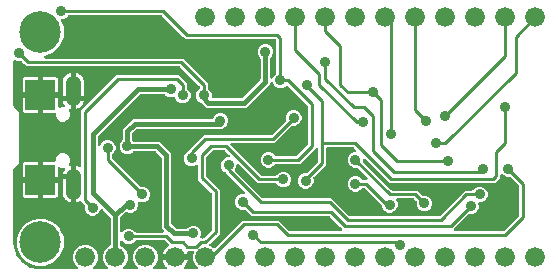
<source format=gbr>
G04 EAGLE Gerber RS-274X export*
G75*
%MOMM*%
%FSLAX34Y34*%
%LPD*%
%INBottom Copper*%
%IPPOS*%
%AMOC8*
5,1,8,0,0,1.08239X$1,22.5*%
G01*
%ADD10C,3.516000*%
%ADD11C,1.676400*%
%ADD12R,2.500000X2.500000*%
%ADD13C,1.308000*%
%ADD14C,0.906400*%
%ADD15C,0.406400*%
%ADD16C,0.254000*%

G36*
X56004Y2558D02*
X56004Y2558D01*
X56143Y2571D01*
X56162Y2578D01*
X56182Y2581D01*
X56311Y2632D01*
X56442Y2679D01*
X56459Y2690D01*
X56478Y2698D01*
X56590Y2779D01*
X56705Y2857D01*
X56719Y2873D01*
X56735Y2884D01*
X56824Y2992D01*
X56916Y3096D01*
X56925Y3114D01*
X56938Y3129D01*
X56997Y3255D01*
X57060Y3379D01*
X57065Y3399D01*
X57073Y3417D01*
X57099Y3553D01*
X57130Y3689D01*
X57129Y3710D01*
X57133Y3729D01*
X57124Y3868D01*
X57120Y4007D01*
X57115Y4027D01*
X57113Y4047D01*
X57071Y4179D01*
X57032Y4313D01*
X57022Y4330D01*
X57015Y4349D01*
X56941Y4467D01*
X56870Y4587D01*
X56852Y4608D01*
X56845Y4618D01*
X56830Y4632D01*
X56764Y4707D01*
X54671Y6801D01*
X53085Y10628D01*
X53085Y14772D01*
X54671Y18599D01*
X57601Y21529D01*
X61428Y23115D01*
X65572Y23115D01*
X69399Y21529D01*
X72329Y18599D01*
X73915Y14772D01*
X73915Y10628D01*
X72329Y6801D01*
X70236Y4707D01*
X70151Y4598D01*
X70062Y4491D01*
X70054Y4472D01*
X70041Y4456D01*
X69986Y4328D01*
X69927Y4203D01*
X69923Y4183D01*
X69915Y4164D01*
X69893Y4026D01*
X69867Y3890D01*
X69868Y3870D01*
X69865Y3850D01*
X69878Y3711D01*
X69887Y3573D01*
X69893Y3554D01*
X69895Y3534D01*
X69942Y3402D01*
X69985Y3271D01*
X69996Y3253D01*
X70002Y3234D01*
X70080Y3119D01*
X70155Y3002D01*
X70170Y2988D01*
X70181Y2971D01*
X70285Y2879D01*
X70386Y2784D01*
X70404Y2774D01*
X70419Y2761D01*
X70544Y2697D01*
X70665Y2630D01*
X70685Y2625D01*
X70703Y2616D01*
X70838Y2586D01*
X70973Y2551D01*
X71001Y2549D01*
X71013Y2546D01*
X71033Y2547D01*
X71134Y2541D01*
X81266Y2541D01*
X81404Y2558D01*
X81543Y2571D01*
X81562Y2578D01*
X81582Y2581D01*
X81711Y2632D01*
X81842Y2679D01*
X81859Y2690D01*
X81878Y2698D01*
X81990Y2779D01*
X82105Y2857D01*
X82119Y2873D01*
X82135Y2884D01*
X82224Y2992D01*
X82316Y3096D01*
X82325Y3114D01*
X82338Y3129D01*
X82397Y3255D01*
X82460Y3379D01*
X82465Y3399D01*
X82473Y3417D01*
X82499Y3553D01*
X82530Y3689D01*
X82529Y3710D01*
X82533Y3729D01*
X82524Y3868D01*
X82520Y4007D01*
X82515Y4027D01*
X82513Y4047D01*
X82471Y4179D01*
X82432Y4313D01*
X82422Y4330D01*
X82415Y4349D01*
X82341Y4467D01*
X82270Y4587D01*
X82252Y4608D01*
X82245Y4618D01*
X82230Y4632D01*
X82164Y4707D01*
X80071Y6801D01*
X78485Y10628D01*
X78485Y14772D01*
X80071Y18599D01*
X83001Y21529D01*
X84052Y21965D01*
X84077Y21979D01*
X84105Y21988D01*
X84215Y22058D01*
X84328Y22122D01*
X84349Y22143D01*
X84374Y22158D01*
X84463Y22253D01*
X84556Y22343D01*
X84572Y22369D01*
X84592Y22390D01*
X84655Y22504D01*
X84723Y22615D01*
X84731Y22643D01*
X84746Y22669D01*
X84778Y22794D01*
X84816Y22918D01*
X84818Y22948D01*
X84825Y22977D01*
X84835Y23137D01*
X84835Y46051D01*
X84823Y46149D01*
X84820Y46248D01*
X84803Y46306D01*
X84795Y46366D01*
X84759Y46458D01*
X84731Y46553D01*
X84701Y46605D01*
X84678Y46662D01*
X84620Y46742D01*
X84570Y46827D01*
X84504Y46903D01*
X84492Y46919D01*
X84482Y46927D01*
X84464Y46948D01*
X78254Y53158D01*
X78214Y53188D01*
X78181Y53225D01*
X78089Y53285D01*
X78002Y53353D01*
X77957Y53373D01*
X77915Y53400D01*
X77812Y53436D01*
X77711Y53479D01*
X77661Y53487D01*
X77615Y53503D01*
X77505Y53512D01*
X77396Y53529D01*
X77347Y53524D01*
X77297Y53528D01*
X77189Y53510D01*
X77080Y53499D01*
X77033Y53482D01*
X76984Y53474D01*
X76884Y53429D01*
X76781Y53392D01*
X76739Y53364D01*
X76694Y53343D01*
X76608Y53275D01*
X76517Y53213D01*
X76485Y53176D01*
X76446Y53145D01*
X76380Y53057D01*
X76307Y52975D01*
X76284Y52930D01*
X76254Y52891D01*
X76184Y52746D01*
X75415Y50891D01*
X73569Y49045D01*
X71156Y48045D01*
X68544Y48045D01*
X66131Y49045D01*
X64285Y50891D01*
X63285Y53304D01*
X63285Y55978D01*
X63273Y56076D01*
X63270Y56175D01*
X63253Y56234D01*
X63245Y56294D01*
X63209Y56386D01*
X63181Y56481D01*
X63151Y56533D01*
X63128Y56589D01*
X63070Y56669D01*
X63020Y56755D01*
X62954Y56830D01*
X62942Y56847D01*
X62932Y56855D01*
X62914Y56876D01*
X60170Y59619D01*
X60157Y59722D01*
X60143Y59759D01*
X60135Y59799D01*
X60084Y59907D01*
X60040Y60018D01*
X60017Y60050D01*
X60000Y60086D01*
X59924Y60179D01*
X59854Y60275D01*
X59823Y60301D01*
X59797Y60332D01*
X59701Y60402D01*
X59609Y60478D01*
X59572Y60495D01*
X59540Y60519D01*
X59429Y60563D01*
X59321Y60614D01*
X59282Y60621D01*
X59245Y60636D01*
X59126Y60651D01*
X59009Y60673D01*
X58969Y60671D01*
X58929Y60676D01*
X58810Y60661D01*
X58691Y60654D01*
X58653Y60641D01*
X58614Y60636D01*
X58502Y60593D01*
X58389Y60556D01*
X58355Y60534D01*
X58318Y60520D01*
X58230Y60464D01*
X56936Y59805D01*
X55576Y59363D01*
X55449Y59343D01*
X55449Y80570D01*
X55434Y80688D01*
X55427Y80807D01*
X55414Y80845D01*
X55409Y80885D01*
X55366Y80996D01*
X55329Y81109D01*
X55307Y81143D01*
X55292Y81181D01*
X55223Y81277D01*
X55212Y81294D01*
X55226Y81318D01*
X55251Y81350D01*
X55302Y81457D01*
X55360Y81562D01*
X55370Y81601D01*
X55387Y81637D01*
X55409Y81754D01*
X55439Y81870D01*
X55443Y81930D01*
X55447Y81950D01*
X55445Y81970D01*
X55449Y82030D01*
X55449Y90177D01*
X55576Y90157D01*
X56936Y89715D01*
X58231Y89056D01*
X58247Y89042D01*
X58356Y88991D01*
X58460Y88933D01*
X58499Y88923D01*
X58535Y88906D01*
X58652Y88884D01*
X58768Y88854D01*
X58808Y88854D01*
X58848Y88847D01*
X58909Y88850D01*
X58920Y88850D01*
X58928Y88850D01*
X58957Y88853D01*
X58967Y88854D01*
X59086Y88854D01*
X59125Y88864D01*
X59165Y88866D01*
X59232Y88888D01*
X59244Y88890D01*
X59275Y88902D01*
X59278Y88903D01*
X59394Y88933D01*
X59430Y88952D01*
X59467Y88964D01*
X59526Y89001D01*
X59539Y89007D01*
X59571Y89030D01*
X59673Y89086D01*
X59702Y89113D01*
X59736Y89135D01*
X59781Y89182D01*
X59797Y89193D01*
X59826Y89229D01*
X59905Y89303D01*
X59927Y89337D01*
X59954Y89366D01*
X59983Y89419D01*
X59999Y89438D01*
X60023Y89488D01*
X60076Y89572D01*
X60088Y89610D01*
X60108Y89645D01*
X60121Y89697D01*
X60135Y89726D01*
X60147Y89790D01*
X60175Y89874D01*
X60177Y89914D01*
X60187Y89953D01*
X60191Y90021D01*
X60195Y90038D01*
X60194Y90056D01*
X60197Y90113D01*
X60197Y137258D01*
X90072Y167133D01*
X142338Y167133D01*
X149353Y160118D01*
X149353Y156367D01*
X149365Y156269D01*
X149368Y156170D01*
X149385Y156112D01*
X149393Y156051D01*
X149429Y155959D01*
X149457Y155864D01*
X149487Y155812D01*
X149510Y155756D01*
X149568Y155676D01*
X149618Y155590D01*
X149684Y155515D01*
X149696Y155498D01*
X149706Y155491D01*
X149724Y155469D01*
X151615Y153579D01*
X152615Y151166D01*
X152615Y148554D01*
X151615Y146141D01*
X149769Y144295D01*
X147356Y143295D01*
X144744Y143295D01*
X142331Y144295D01*
X140485Y146141D01*
X139699Y148038D01*
X139640Y148142D01*
X139588Y148249D01*
X139561Y148279D01*
X139541Y148315D01*
X139459Y148400D01*
X139381Y148491D01*
X139348Y148514D01*
X139320Y148543D01*
X139219Y148605D01*
X139121Y148674D01*
X139083Y148688D01*
X139049Y148709D01*
X138935Y148744D01*
X138824Y148786D01*
X138784Y148791D01*
X138745Y148803D01*
X138626Y148808D01*
X138508Y148822D01*
X138468Y148816D01*
X138427Y148818D01*
X138311Y148794D01*
X138193Y148777D01*
X138136Y148758D01*
X138116Y148754D01*
X138098Y148745D01*
X138041Y148725D01*
X137196Y148375D01*
X134584Y148375D01*
X132171Y149375D01*
X131043Y150504D01*
X130964Y150564D01*
X130892Y150632D01*
X130839Y150661D01*
X130791Y150698D01*
X130700Y150738D01*
X130614Y150786D01*
X130555Y150801D01*
X130499Y150825D01*
X130401Y150840D01*
X130306Y150865D01*
X130206Y150871D01*
X130185Y150875D01*
X130173Y150873D01*
X130145Y150875D01*
X110159Y150875D01*
X110061Y150863D01*
X109962Y150860D01*
X109904Y150843D01*
X109844Y150835D01*
X109752Y150799D01*
X109657Y150771D01*
X109605Y150741D01*
X109548Y150718D01*
X109468Y150660D01*
X109383Y150610D01*
X109307Y150544D01*
X109291Y150532D01*
X109283Y150522D01*
X109262Y150504D01*
X74286Y115528D01*
X74226Y115450D01*
X74158Y115378D01*
X74129Y115325D01*
X74092Y115277D01*
X74052Y115186D01*
X74004Y115099D01*
X73989Y115041D01*
X73965Y114985D01*
X73950Y114887D01*
X73925Y114791D01*
X73919Y114691D01*
X73915Y114671D01*
X73917Y114659D01*
X73915Y114631D01*
X73915Y108098D01*
X73923Y108029D01*
X73922Y107959D01*
X73943Y107872D01*
X73955Y107782D01*
X73980Y107718D01*
X73997Y107650D01*
X74039Y107570D01*
X74072Y107487D01*
X74113Y107430D01*
X74145Y107369D01*
X74206Y107302D01*
X74258Y107229D01*
X74312Y107185D01*
X74359Y107133D01*
X74434Y107084D01*
X74503Y107027D01*
X74567Y106997D01*
X74625Y106959D01*
X74710Y106929D01*
X74791Y106891D01*
X74860Y106878D01*
X74926Y106855D01*
X75015Y106848D01*
X75103Y106831D01*
X75173Y106836D01*
X75243Y106830D01*
X75331Y106845D01*
X75421Y106851D01*
X75487Y106873D01*
X75556Y106885D01*
X75638Y106921D01*
X75723Y106949D01*
X75782Y106986D01*
X75846Y107015D01*
X75916Y107071D01*
X75992Y107119D01*
X76040Y107170D01*
X76094Y107214D01*
X76149Y107285D01*
X76210Y107351D01*
X76244Y107412D01*
X76286Y107468D01*
X76357Y107612D01*
X76985Y109129D01*
X78831Y110975D01*
X81244Y111975D01*
X83856Y111975D01*
X86269Y110975D01*
X88115Y109129D01*
X89115Y106716D01*
X89115Y104104D01*
X88115Y101691D01*
X86224Y99801D01*
X86164Y99722D01*
X86096Y99650D01*
X86067Y99597D01*
X86030Y99549D01*
X85990Y99458D01*
X85942Y99372D01*
X85927Y99313D01*
X85903Y99257D01*
X85888Y99159D01*
X85863Y99064D01*
X85857Y98964D01*
X85853Y98943D01*
X85855Y98931D01*
X85853Y98903D01*
X85853Y97144D01*
X85865Y97046D01*
X85868Y96947D01*
X85885Y96888D01*
X85893Y96828D01*
X85929Y96736D01*
X85957Y96641D01*
X85987Y96589D01*
X86010Y96533D01*
X86068Y96453D01*
X86118Y96367D01*
X86184Y96292D01*
X86196Y96275D01*
X86206Y96267D01*
X86224Y96246D01*
X109494Y72976D01*
X109573Y72916D01*
X109645Y72848D01*
X109698Y72819D01*
X109746Y72782D01*
X109837Y72742D01*
X109923Y72694D01*
X109982Y72679D01*
X110037Y72655D01*
X110135Y72640D01*
X110231Y72615D01*
X110331Y72609D01*
X110352Y72605D01*
X110364Y72607D01*
X110392Y72605D01*
X113066Y72605D01*
X115479Y71605D01*
X117325Y69759D01*
X118325Y67346D01*
X118325Y64734D01*
X117325Y62321D01*
X115479Y60475D01*
X113066Y59475D01*
X110454Y59475D01*
X109920Y59697D01*
X109872Y59710D01*
X109827Y59731D01*
X109719Y59752D01*
X109613Y59781D01*
X109563Y59781D01*
X109514Y59791D01*
X109405Y59784D01*
X109295Y59786D01*
X109247Y59774D01*
X109197Y59771D01*
X109093Y59737D01*
X108986Y59712D01*
X108942Y59688D01*
X108895Y59673D01*
X108802Y59614D01*
X108705Y59563D01*
X108668Y59529D01*
X108626Y59503D01*
X108551Y59423D01*
X108469Y59349D01*
X108442Y59307D01*
X108408Y59271D01*
X108355Y59175D01*
X108295Y59083D01*
X108278Y59036D01*
X108254Y58993D01*
X108227Y58886D01*
X108191Y58782D01*
X108187Y58733D01*
X108175Y58685D01*
X108165Y58524D01*
X108165Y55844D01*
X107165Y53431D01*
X105319Y51585D01*
X102906Y50585D01*
X100294Y50585D01*
X98730Y51233D01*
X98701Y51241D01*
X98675Y51255D01*
X98548Y51283D01*
X98423Y51317D01*
X98394Y51318D01*
X98365Y51324D01*
X98235Y51320D01*
X98105Y51322D01*
X98076Y51315D01*
X98047Y51315D01*
X97922Y51278D01*
X97796Y51248D01*
X97770Y51234D01*
X97741Y51226D01*
X97629Y51160D01*
X97515Y51099D01*
X97493Y51080D01*
X97467Y51065D01*
X97347Y50958D01*
X93336Y46948D01*
X93276Y46870D01*
X93208Y46798D01*
X93179Y46745D01*
X93142Y46697D01*
X93102Y46606D01*
X93054Y46519D01*
X93039Y46461D01*
X93015Y46405D01*
X93000Y46307D01*
X92975Y46211D01*
X92969Y46111D01*
X92965Y46091D01*
X92967Y46079D01*
X92965Y46051D01*
X92965Y35463D01*
X92982Y35325D01*
X92995Y35187D01*
X93002Y35168D01*
X93005Y35147D01*
X93056Y35018D01*
X93103Y34887D01*
X93114Y34870D01*
X93122Y34852D01*
X93203Y34739D01*
X93281Y34624D01*
X93297Y34611D01*
X93308Y34594D01*
X93416Y34506D01*
X93520Y34414D01*
X93538Y34404D01*
X93553Y34392D01*
X93679Y34332D01*
X93803Y34269D01*
X93823Y34265D01*
X93841Y34256D01*
X93978Y34230D01*
X94113Y34199D01*
X94134Y34200D01*
X94153Y34196D01*
X94292Y34205D01*
X94431Y34209D01*
X94451Y34215D01*
X94471Y34216D01*
X94603Y34259D01*
X94737Y34297D01*
X94754Y34308D01*
X94773Y34314D01*
X94891Y34388D01*
X95011Y34459D01*
X95032Y34478D01*
X95042Y34484D01*
X95056Y34499D01*
X95131Y34565D01*
X96611Y36045D01*
X99024Y37045D01*
X101636Y37045D01*
X104049Y36045D01*
X105939Y34154D01*
X106018Y34094D01*
X106090Y34026D01*
X106143Y33997D01*
X106191Y33960D01*
X106282Y33920D01*
X106368Y33872D01*
X106427Y33857D01*
X106483Y33833D01*
X106581Y33818D01*
X106676Y33793D01*
X106776Y33787D01*
X106797Y33783D01*
X106809Y33785D01*
X106837Y33783D01*
X128855Y33783D01*
X128992Y33800D01*
X129131Y33813D01*
X129150Y33820D01*
X129170Y33823D01*
X129299Y33874D01*
X129430Y33921D01*
X129447Y33932D01*
X129466Y33940D01*
X129578Y34021D01*
X129693Y34099D01*
X129707Y34115D01*
X129723Y34126D01*
X129812Y34234D01*
X129904Y34338D01*
X129913Y34356D01*
X129926Y34371D01*
X129985Y34497D01*
X130048Y34621D01*
X130053Y34641D01*
X130062Y34659D01*
X130088Y34795D01*
X130118Y34931D01*
X130118Y34952D01*
X130121Y34971D01*
X130113Y35110D01*
X130108Y35249D01*
X130103Y35269D01*
X130102Y35289D01*
X130059Y35421D01*
X130020Y35555D01*
X130010Y35572D01*
X130004Y35591D01*
X129929Y35709D01*
X129859Y35829D01*
X129840Y35850D01*
X129833Y35860D01*
X129818Y35874D01*
X129752Y35949D01*
X128015Y37686D01*
X128015Y96851D01*
X128003Y96949D01*
X128000Y97048D01*
X127983Y97106D01*
X127975Y97166D01*
X127939Y97258D01*
X127911Y97353D01*
X127881Y97405D01*
X127858Y97462D01*
X127800Y97542D01*
X127750Y97627D01*
X127684Y97703D01*
X127672Y97719D01*
X127662Y97727D01*
X127644Y97748D01*
X123148Y102244D01*
X123070Y102304D01*
X122998Y102372D01*
X122945Y102401D01*
X122897Y102438D01*
X122806Y102478D01*
X122719Y102526D01*
X122661Y102541D01*
X122605Y102565D01*
X122507Y102580D01*
X122411Y102605D01*
X122311Y102611D01*
X122291Y102615D01*
X122279Y102613D01*
X122251Y102615D01*
X104805Y102615D01*
X104707Y102603D01*
X104608Y102600D01*
X104550Y102583D01*
X104489Y102575D01*
X104397Y102539D01*
X104302Y102511D01*
X104250Y102481D01*
X104194Y102458D01*
X104114Y102400D01*
X104028Y102350D01*
X103953Y102284D01*
X103936Y102272D01*
X103929Y102262D01*
X103907Y102244D01*
X102779Y101115D01*
X100366Y100115D01*
X97754Y100115D01*
X95341Y101115D01*
X93495Y102961D01*
X92495Y105374D01*
X92495Y107986D01*
X93495Y110399D01*
X94624Y111527D01*
X94684Y111606D01*
X94752Y111678D01*
X94781Y111731D01*
X94818Y111779D01*
X94858Y111870D01*
X94906Y111956D01*
X94921Y112015D01*
X94945Y112071D01*
X94960Y112169D01*
X94985Y112264D01*
X94991Y112364D01*
X94995Y112385D01*
X94993Y112397D01*
X94995Y112425D01*
X94995Y121064D01*
X103726Y129795D01*
X170478Y129795D01*
X170507Y129798D01*
X170537Y129796D01*
X170665Y129818D01*
X170793Y129835D01*
X170821Y129845D01*
X170850Y129850D01*
X170968Y129904D01*
X171089Y129952D01*
X171113Y129969D01*
X171140Y129981D01*
X171241Y130062D01*
X171346Y130138D01*
X171365Y130161D01*
X171388Y130180D01*
X171466Y130283D01*
X171549Y130383D01*
X171562Y130410D01*
X171580Y130434D01*
X171650Y130578D01*
X172235Y131989D01*
X174081Y133835D01*
X176494Y134835D01*
X179106Y134835D01*
X181519Y133835D01*
X183365Y131989D01*
X184365Y129576D01*
X184365Y126964D01*
X183365Y124551D01*
X181519Y122705D01*
X180052Y122097D01*
X180044Y122093D01*
X180035Y122090D01*
X179906Y122014D01*
X179776Y121940D01*
X179769Y121933D01*
X179761Y121929D01*
X179641Y121822D01*
X179484Y121665D01*
X107619Y121665D01*
X107521Y121653D01*
X107422Y121650D01*
X107364Y121633D01*
X107304Y121625D01*
X107212Y121589D01*
X107117Y121561D01*
X107065Y121531D01*
X107008Y121508D01*
X106928Y121450D01*
X106843Y121400D01*
X106767Y121334D01*
X106751Y121322D01*
X106743Y121312D01*
X106722Y121294D01*
X103496Y118068D01*
X103436Y117990D01*
X103368Y117918D01*
X103339Y117865D01*
X103302Y117817D01*
X103262Y117726D01*
X103214Y117639D01*
X103199Y117581D01*
X103175Y117525D01*
X103160Y117427D01*
X103135Y117331D01*
X103129Y117231D01*
X103125Y117211D01*
X103127Y117199D01*
X103125Y117171D01*
X103125Y112425D01*
X103137Y112327D01*
X103140Y112228D01*
X103157Y112170D01*
X103165Y112109D01*
X103201Y112017D01*
X103229Y111922D01*
X103259Y111870D01*
X103282Y111814D01*
X103340Y111734D01*
X103390Y111648D01*
X103456Y111573D01*
X103468Y111556D01*
X103478Y111549D01*
X103496Y111527D01*
X103907Y111116D01*
X103986Y111056D01*
X104058Y110988D01*
X104111Y110959D01*
X104159Y110922D01*
X104250Y110882D01*
X104336Y110834D01*
X104395Y110819D01*
X104451Y110795D01*
X104549Y110780D01*
X104644Y110755D01*
X104744Y110749D01*
X104765Y110745D01*
X104777Y110747D01*
X104805Y110745D01*
X126144Y110745D01*
X128896Y107992D01*
X136145Y100744D01*
X136145Y41579D01*
X136157Y41481D01*
X136160Y41382D01*
X136177Y41324D01*
X136185Y41264D01*
X136221Y41172D01*
X136249Y41077D01*
X136279Y41025D01*
X136302Y40968D01*
X136360Y40888D01*
X136410Y40803D01*
X136476Y40727D01*
X136488Y40711D01*
X136498Y40703D01*
X136516Y40682D01*
X139742Y37456D01*
X139820Y37396D01*
X139892Y37328D01*
X139945Y37299D01*
X139993Y37262D01*
X140084Y37222D01*
X140171Y37174D01*
X140229Y37159D01*
X140285Y37135D01*
X140383Y37120D01*
X140479Y37095D01*
X140579Y37089D01*
X140599Y37085D01*
X140611Y37087D01*
X140639Y37085D01*
X149195Y37085D01*
X149293Y37097D01*
X149392Y37100D01*
X149450Y37117D01*
X149511Y37125D01*
X149603Y37161D01*
X149698Y37189D01*
X149750Y37219D01*
X149806Y37242D01*
X149886Y37300D01*
X149972Y37350D01*
X150047Y37416D01*
X150064Y37428D01*
X150071Y37438D01*
X150093Y37456D01*
X151221Y38585D01*
X153634Y39585D01*
X156246Y39585D01*
X158659Y38585D01*
X160505Y36739D01*
X161505Y34326D01*
X161505Y31714D01*
X160984Y30458D01*
X160971Y30410D01*
X160950Y30365D01*
X160929Y30257D01*
X160900Y30151D01*
X160900Y30101D01*
X160890Y30052D01*
X160897Y29943D01*
X160895Y29833D01*
X160907Y29785D01*
X160910Y29735D01*
X160944Y29631D01*
X160969Y29524D01*
X160993Y29480D01*
X161008Y29433D01*
X161067Y29340D01*
X161118Y29243D01*
X161152Y29206D01*
X161178Y29164D01*
X161258Y29089D01*
X161332Y29007D01*
X161374Y28980D01*
X161410Y28946D01*
X161506Y28893D01*
X161598Y28833D01*
X161645Y28816D01*
X161688Y28792D01*
X161794Y28765D01*
X161899Y28729D01*
X161948Y28725D01*
X161996Y28713D01*
X162157Y28703D01*
X163206Y28703D01*
X163304Y28715D01*
X163403Y28718D01*
X163462Y28735D01*
X163522Y28743D01*
X163614Y28779D01*
X163709Y28807D01*
X163761Y28837D01*
X163817Y28860D01*
X163897Y28918D01*
X163983Y28968D01*
X164058Y29034D01*
X164075Y29046D01*
X164083Y29056D01*
X164104Y29074D01*
X170316Y35286D01*
X170376Y35365D01*
X170444Y35437D01*
X170473Y35490D01*
X170510Y35538D01*
X170550Y35629D01*
X170598Y35715D01*
X170613Y35774D01*
X170637Y35829D01*
X170652Y35927D01*
X170677Y36023D01*
X170683Y36123D01*
X170687Y36144D01*
X170685Y36156D01*
X170687Y36184D01*
X170687Y66686D01*
X170675Y66784D01*
X170672Y66883D01*
X170655Y66942D01*
X170647Y67002D01*
X170611Y67094D01*
X170583Y67189D01*
X170553Y67241D01*
X170530Y67297D01*
X170472Y67377D01*
X170422Y67463D01*
X170356Y67538D01*
X170344Y67555D01*
X170334Y67563D01*
X170316Y67584D01*
X159257Y78642D01*
X159257Y89829D01*
X159251Y89879D01*
X159253Y89928D01*
X159231Y90036D01*
X159217Y90145D01*
X159199Y90191D01*
X159189Y90240D01*
X159141Y90338D01*
X159100Y90440D01*
X159071Y90481D01*
X159049Y90525D01*
X158978Y90609D01*
X158914Y90698D01*
X158875Y90729D01*
X158843Y90767D01*
X158753Y90830D01*
X158669Y90901D01*
X158624Y90922D01*
X158583Y90950D01*
X158480Y90989D01*
X158381Y91036D01*
X158332Y91045D01*
X158286Y91063D01*
X158176Y91075D01*
X158069Y91096D01*
X158019Y91093D01*
X157970Y91098D01*
X157861Y91083D01*
X157751Y91076D01*
X157704Y91061D01*
X157655Y91054D01*
X157502Y91002D01*
X154976Y89955D01*
X152364Y89955D01*
X149951Y90955D01*
X148105Y92801D01*
X147105Y95214D01*
X147105Y97826D01*
X148105Y100239D01*
X149996Y102129D01*
X150056Y102208D01*
X150124Y102280D01*
X150153Y102333D01*
X150190Y102381D01*
X150230Y102472D01*
X150278Y102558D01*
X150293Y102617D01*
X150317Y102673D01*
X150332Y102771D01*
X150357Y102866D01*
X150363Y102964D01*
X163732Y116333D01*
X220356Y116333D01*
X220454Y116345D01*
X220553Y116348D01*
X220612Y116365D01*
X220672Y116373D01*
X220764Y116409D01*
X220859Y116437D01*
X220911Y116467D01*
X220967Y116490D01*
X221047Y116548D01*
X221133Y116598D01*
X221208Y116664D01*
X221225Y116676D01*
X221233Y116686D01*
X221254Y116704D01*
X233094Y128544D01*
X233154Y128623D01*
X233222Y128695D01*
X233251Y128748D01*
X233288Y128796D01*
X233328Y128887D01*
X233376Y128973D01*
X233391Y129032D01*
X233415Y129087D01*
X233430Y129185D01*
X233455Y129281D01*
X233461Y129377D01*
X233463Y129385D01*
X233463Y129388D01*
X233465Y129402D01*
X233463Y129414D01*
X233465Y129442D01*
X233465Y132116D01*
X234465Y134529D01*
X236311Y136375D01*
X238724Y137375D01*
X241336Y137375D01*
X243749Y136375D01*
X245595Y134529D01*
X246595Y132116D01*
X246595Y129504D01*
X245595Y127091D01*
X243749Y125245D01*
X241336Y124245D01*
X238662Y124245D01*
X238564Y124233D01*
X238465Y124230D01*
X238406Y124213D01*
X238346Y124205D01*
X238254Y124169D01*
X238159Y124141D01*
X238107Y124111D01*
X238051Y124088D01*
X237971Y124030D01*
X237885Y123980D01*
X237810Y123914D01*
X237793Y123902D01*
X237785Y123892D01*
X237764Y123874D01*
X223618Y109727D01*
X187568Y109727D01*
X187430Y109710D01*
X187291Y109697D01*
X187272Y109690D01*
X187252Y109687D01*
X187123Y109636D01*
X186992Y109589D01*
X186975Y109578D01*
X186957Y109570D01*
X186844Y109489D01*
X186729Y109411D01*
X186716Y109395D01*
X186699Y109384D01*
X186611Y109276D01*
X186518Y109172D01*
X186509Y109154D01*
X186496Y109139D01*
X186437Y109013D01*
X186374Y108889D01*
X186369Y108869D01*
X186361Y108851D01*
X186335Y108715D01*
X186304Y108579D01*
X186305Y108558D01*
X186301Y108539D01*
X186310Y108400D01*
X186314Y108261D01*
X186320Y108241D01*
X186321Y108221D01*
X186364Y108089D01*
X186402Y107955D01*
X186413Y107938D01*
X186419Y107919D01*
X186493Y107801D01*
X186564Y107681D01*
X186582Y107660D01*
X186589Y107650D01*
X186604Y107636D01*
X186670Y107561D01*
X211816Y82414D01*
X211895Y82354D01*
X211967Y82286D01*
X212020Y82257D01*
X212068Y82220D01*
X212159Y82180D01*
X212245Y82132D01*
X212304Y82117D01*
X212359Y82093D01*
X212457Y82078D01*
X212553Y82053D01*
X212653Y82047D01*
X212674Y82043D01*
X212686Y82045D01*
X212714Y82043D01*
X224633Y82043D01*
X224731Y82055D01*
X224830Y82058D01*
X224888Y82075D01*
X224949Y82083D01*
X225041Y82119D01*
X225136Y82147D01*
X225188Y82177D01*
X225244Y82200D01*
X225324Y82258D01*
X225410Y82308D01*
X225485Y82374D01*
X225502Y82386D01*
X225509Y82396D01*
X225531Y82414D01*
X227421Y84305D01*
X229834Y85305D01*
X232446Y85305D01*
X234859Y84305D01*
X236705Y82459D01*
X237705Y80046D01*
X237705Y77434D01*
X236705Y75021D01*
X234859Y73175D01*
X232446Y72175D01*
X229834Y72175D01*
X227421Y73175D01*
X225531Y75066D01*
X225452Y75126D01*
X225380Y75194D01*
X225327Y75223D01*
X225279Y75260D01*
X225188Y75300D01*
X225102Y75348D01*
X225043Y75363D01*
X224987Y75387D01*
X224889Y75402D01*
X224794Y75427D01*
X224694Y75433D01*
X224673Y75437D01*
X224661Y75435D01*
X224633Y75437D01*
X209452Y75437D01*
X193516Y91373D01*
X193407Y91458D01*
X193300Y91547D01*
X193281Y91555D01*
X193265Y91568D01*
X193137Y91623D01*
X193012Y91682D01*
X192992Y91686D01*
X192973Y91694D01*
X192835Y91716D01*
X192699Y91742D01*
X192679Y91741D01*
X192659Y91744D01*
X192520Y91731D01*
X192382Y91722D01*
X192363Y91716D01*
X192343Y91714D01*
X192211Y91667D01*
X192080Y91624D01*
X192062Y91613D01*
X192043Y91606D01*
X191928Y91528D01*
X191811Y91454D01*
X191797Y91439D01*
X191780Y91428D01*
X191688Y91324D01*
X191593Y91222D01*
X191583Y91205D01*
X191570Y91189D01*
X191506Y91066D01*
X191439Y90944D01*
X191434Y90924D01*
X191425Y90906D01*
X191395Y90770D01*
X191360Y90636D01*
X191358Y90608D01*
X191355Y90596D01*
X191356Y90575D01*
X191350Y90475D01*
X191350Y89499D01*
X190386Y87173D01*
X190378Y87144D01*
X190365Y87118D01*
X190336Y86991D01*
X190302Y86866D01*
X190302Y86837D01*
X190295Y86808D01*
X190299Y86678D01*
X190297Y86548D01*
X190304Y86519D01*
X190305Y86490D01*
X190341Y86365D01*
X190371Y86239D01*
X190385Y86213D01*
X190393Y86184D01*
X190459Y86073D01*
X190520Y85958D01*
X190540Y85936D01*
X190555Y85910D01*
X190661Y85790D01*
X213086Y63364D01*
X213165Y63304D01*
X213237Y63236D01*
X213290Y63207D01*
X213338Y63170D01*
X213429Y63130D01*
X213515Y63082D01*
X213574Y63067D01*
X213629Y63043D01*
X213727Y63028D01*
X213823Y63003D01*
X213923Y62997D01*
X213944Y62993D01*
X213956Y62995D01*
X213984Y62993D01*
X271878Y62993D01*
X286746Y48124D01*
X286825Y48064D01*
X286897Y47996D01*
X286950Y47967D01*
X286998Y47930D01*
X287089Y47890D01*
X287175Y47842D01*
X287234Y47827D01*
X287289Y47803D01*
X287387Y47788D01*
X287483Y47763D01*
X287583Y47757D01*
X287604Y47753D01*
X287616Y47755D01*
X287644Y47753D01*
X362596Y47753D01*
X362694Y47765D01*
X362793Y47768D01*
X362852Y47785D01*
X362912Y47793D01*
X363004Y47829D01*
X363099Y47857D01*
X363151Y47887D01*
X363207Y47910D01*
X363287Y47968D01*
X363373Y48018D01*
X363448Y48084D01*
X363465Y48096D01*
X363473Y48106D01*
X363494Y48124D01*
X384712Y69343D01*
X391003Y69343D01*
X391101Y69355D01*
X391200Y69358D01*
X391258Y69375D01*
X391319Y69383D01*
X391411Y69419D01*
X391506Y69447D01*
X391558Y69477D01*
X391614Y69500D01*
X391694Y69558D01*
X391780Y69608D01*
X391855Y69674D01*
X391872Y69686D01*
X391879Y69696D01*
X391901Y69714D01*
X393791Y71605D01*
X396204Y72605D01*
X398816Y72605D01*
X401229Y71605D01*
X403075Y69759D01*
X404075Y67346D01*
X404075Y64734D01*
X403075Y62321D01*
X401229Y60475D01*
X398816Y59475D01*
X397406Y59475D01*
X397357Y59469D01*
X397307Y59471D01*
X397200Y59449D01*
X397090Y59435D01*
X397044Y59417D01*
X396996Y59407D01*
X396897Y59359D01*
X396795Y59318D01*
X396755Y59289D01*
X396710Y59267D01*
X396626Y59196D01*
X396537Y59132D01*
X396506Y59093D01*
X396468Y59061D01*
X396405Y58971D01*
X396335Y58887D01*
X396313Y58842D01*
X396285Y58801D01*
X396246Y58698D01*
X396199Y58599D01*
X396190Y58550D01*
X396172Y58504D01*
X396160Y58394D01*
X396139Y58287D01*
X396142Y58237D01*
X396137Y58188D01*
X396152Y58079D01*
X396159Y57969D01*
X396174Y57922D01*
X396181Y57873D01*
X396233Y57720D01*
X396455Y57186D01*
X396455Y54574D01*
X395455Y52161D01*
X393609Y50315D01*
X391196Y49315D01*
X388522Y49315D01*
X388424Y49303D01*
X388325Y49300D01*
X388266Y49283D01*
X388206Y49275D01*
X388114Y49239D01*
X388019Y49211D01*
X387967Y49181D01*
X387911Y49158D01*
X387831Y49100D01*
X387745Y49050D01*
X387670Y48984D01*
X387653Y48972D01*
X387645Y48962D01*
X387624Y48944D01*
X375900Y37219D01*
X375815Y37110D01*
X375726Y37003D01*
X375718Y36984D01*
X375705Y36968D01*
X375650Y36840D01*
X375591Y36715D01*
X375587Y36695D01*
X375579Y36676D01*
X375557Y36538D01*
X375531Y36402D01*
X375532Y36382D01*
X375529Y36362D01*
X375542Y36223D01*
X375551Y36085D01*
X375557Y36066D01*
X375559Y36046D01*
X375606Y35914D01*
X375649Y35783D01*
X375660Y35765D01*
X375667Y35746D01*
X375745Y35631D01*
X375819Y35514D01*
X375834Y35500D01*
X375845Y35483D01*
X375949Y35391D01*
X376051Y35296D01*
X376068Y35286D01*
X376084Y35273D01*
X376208Y35209D01*
X376329Y35142D01*
X376349Y35137D01*
X376367Y35128D01*
X376503Y35098D01*
X376637Y35063D01*
X376665Y35061D01*
X376677Y35058D01*
X376698Y35059D01*
X376798Y35053D01*
X417206Y35053D01*
X417304Y35065D01*
X417403Y35068D01*
X417462Y35085D01*
X417522Y35093D01*
X417614Y35129D01*
X417709Y35157D01*
X417761Y35187D01*
X417817Y35210D01*
X417897Y35268D01*
X417983Y35318D01*
X418058Y35384D01*
X418075Y35396D01*
X418083Y35406D01*
X418104Y35424D01*
X430666Y47986D01*
X430726Y48065D01*
X430794Y48137D01*
X430823Y48190D01*
X430860Y48238D01*
X430900Y48329D01*
X430948Y48415D01*
X430963Y48474D01*
X430987Y48529D01*
X431002Y48627D01*
X431027Y48723D01*
X431033Y48823D01*
X431037Y48844D01*
X431035Y48856D01*
X431037Y48884D01*
X431037Y73036D01*
X431025Y73134D01*
X431022Y73233D01*
X431005Y73292D01*
X430997Y73352D01*
X430961Y73444D01*
X430933Y73539D01*
X430903Y73591D01*
X430880Y73647D01*
X430822Y73727D01*
X430772Y73813D01*
X430706Y73888D01*
X430694Y73905D01*
X430684Y73913D01*
X430666Y73934D01*
X423906Y80694D01*
X423827Y80754D01*
X423755Y80822D01*
X423702Y80851D01*
X423654Y80888D01*
X423563Y80928D01*
X423477Y80976D01*
X423418Y80991D01*
X423363Y81015D01*
X423265Y81030D01*
X423169Y81055D01*
X423069Y81061D01*
X423048Y81065D01*
X423036Y81063D01*
X423008Y81065D01*
X420334Y81065D01*
X417921Y82065D01*
X416949Y83037D01*
X416840Y83121D01*
X416733Y83210D01*
X416714Y83219D01*
X416698Y83232D01*
X416571Y83287D01*
X416445Y83346D01*
X416425Y83350D01*
X416406Y83358D01*
X416268Y83380D01*
X416132Y83406D01*
X416112Y83405D01*
X416092Y83408D01*
X415953Y83395D01*
X415815Y83386D01*
X415796Y83380D01*
X415776Y83378D01*
X415644Y83331D01*
X415513Y83288D01*
X415495Y83277D01*
X415476Y83270D01*
X415361Y83192D01*
X415244Y83118D01*
X415230Y83103D01*
X415213Y83092D01*
X415121Y82988D01*
X415026Y82886D01*
X415016Y82868D01*
X415003Y82853D01*
X414940Y82730D01*
X414872Y82608D01*
X414867Y82588D01*
X414858Y82570D01*
X414828Y82434D01*
X414793Y82300D01*
X414791Y82272D01*
X414788Y82260D01*
X414789Y82239D01*
X414783Y82139D01*
X414783Y79912D01*
X410308Y75437D01*
X321212Y75437D01*
X318906Y77744D01*
X300831Y95818D01*
X300722Y95903D01*
X300615Y95992D01*
X300596Y96000D01*
X300580Y96013D01*
X300452Y96068D01*
X300327Y96127D01*
X300307Y96131D01*
X300288Y96139D01*
X300150Y96161D01*
X300014Y96187D01*
X299994Y96186D01*
X299974Y96189D01*
X299835Y96176D01*
X299697Y96167D01*
X299678Y96161D01*
X299658Y96159D01*
X299526Y96112D01*
X299395Y96069D01*
X299377Y96058D01*
X299358Y96051D01*
X299243Y95973D01*
X299126Y95899D01*
X299112Y95884D01*
X299095Y95873D01*
X299003Y95769D01*
X298908Y95667D01*
X298898Y95650D01*
X298885Y95634D01*
X298821Y95511D01*
X298754Y95389D01*
X298749Y95369D01*
X298740Y95351D01*
X298710Y95215D01*
X298675Y95081D01*
X298673Y95053D01*
X298670Y95041D01*
X298671Y95020D01*
X298665Y94920D01*
X298665Y93882D01*
X298677Y93784D01*
X298680Y93685D01*
X298697Y93626D01*
X298705Y93566D01*
X298741Y93474D01*
X298769Y93379D01*
X298799Y93327D01*
X298822Y93271D01*
X298880Y93191D01*
X298930Y93105D01*
X298996Y93030D01*
X299008Y93013D01*
X299018Y93005D01*
X299036Y92984D01*
X322306Y69714D01*
X322385Y69654D01*
X322457Y69586D01*
X322510Y69557D01*
X322558Y69520D01*
X322649Y69480D01*
X322735Y69432D01*
X322794Y69417D01*
X322849Y69393D01*
X322947Y69378D01*
X323043Y69353D01*
X323143Y69347D01*
X323164Y69343D01*
X323176Y69345D01*
X323204Y69343D01*
X344268Y69343D01*
X348254Y65356D01*
X348333Y65296D01*
X348405Y65228D01*
X348458Y65199D01*
X348506Y65162D01*
X348597Y65122D01*
X348683Y65074D01*
X348742Y65059D01*
X348797Y65035D01*
X348895Y65020D01*
X348991Y64995D01*
X349091Y64989D01*
X349112Y64985D01*
X349124Y64987D01*
X349152Y64985D01*
X351826Y64985D01*
X354239Y63985D01*
X356085Y62139D01*
X357085Y59726D01*
X357085Y57114D01*
X356085Y54701D01*
X354239Y52855D01*
X351826Y51855D01*
X349214Y51855D01*
X346801Y52855D01*
X344955Y54701D01*
X343955Y57114D01*
X343955Y59788D01*
X343943Y59886D01*
X343940Y59985D01*
X343923Y60044D01*
X343915Y60104D01*
X343879Y60196D01*
X343851Y60291D01*
X343821Y60343D01*
X343798Y60399D01*
X343740Y60479D01*
X343690Y60565D01*
X343624Y60640D01*
X343612Y60657D01*
X343602Y60665D01*
X343584Y60686D01*
X341904Y62366D01*
X341825Y62426D01*
X341753Y62494D01*
X341700Y62523D01*
X341652Y62560D01*
X341561Y62600D01*
X341475Y62648D01*
X341416Y62663D01*
X341361Y62687D01*
X341263Y62702D01*
X341167Y62727D01*
X341067Y62733D01*
X341046Y62737D01*
X341034Y62735D01*
X341006Y62737D01*
X328001Y62737D01*
X327951Y62731D01*
X327902Y62733D01*
X327795Y62711D01*
X327685Y62697D01*
X327639Y62679D01*
X327590Y62669D01*
X327492Y62621D01*
X327390Y62580D01*
X327350Y62551D01*
X327305Y62529D01*
X327221Y62458D01*
X327132Y62394D01*
X327101Y62355D01*
X327063Y62323D01*
X327000Y62233D01*
X326929Y62149D01*
X326908Y62104D01*
X326880Y62063D01*
X326841Y61960D01*
X326794Y61861D01*
X326785Y61812D01*
X326767Y61766D01*
X326755Y61656D01*
X326734Y61549D01*
X326737Y61499D01*
X326732Y61450D01*
X326747Y61341D01*
X326754Y61231D01*
X326769Y61184D01*
X326776Y61135D01*
X326828Y60982D01*
X327875Y58456D01*
X327875Y55844D01*
X326875Y53431D01*
X325029Y51585D01*
X322616Y50585D01*
X320004Y50585D01*
X317591Y51585D01*
X315745Y53431D01*
X314745Y55844D01*
X314745Y55978D01*
X314733Y56076D01*
X314730Y56175D01*
X314713Y56234D01*
X314705Y56294D01*
X314669Y56386D01*
X314641Y56481D01*
X314611Y56533D01*
X314588Y56589D01*
X314530Y56669D01*
X314480Y56755D01*
X314414Y56830D01*
X314402Y56847D01*
X314392Y56855D01*
X314374Y56876D01*
X299994Y71256D01*
X299915Y71316D01*
X299843Y71384D01*
X299790Y71413D01*
X299742Y71450D01*
X299651Y71490D01*
X299565Y71538D01*
X299506Y71553D01*
X299451Y71577D01*
X299353Y71592D01*
X299257Y71617D01*
X299157Y71623D01*
X299136Y71627D01*
X299124Y71625D01*
X299096Y71627D01*
X298607Y71627D01*
X298509Y71615D01*
X298410Y71612D01*
X298352Y71595D01*
X298291Y71587D01*
X298199Y71551D01*
X298104Y71523D01*
X298052Y71493D01*
X297996Y71470D01*
X297916Y71412D01*
X297830Y71362D01*
X297755Y71296D01*
X297738Y71284D01*
X297731Y71274D01*
X297709Y71256D01*
X295819Y69365D01*
X293406Y68365D01*
X290794Y68365D01*
X288381Y69365D01*
X286535Y71211D01*
X285535Y73624D01*
X285535Y76236D01*
X286535Y78649D01*
X288381Y80495D01*
X290794Y81495D01*
X293406Y81495D01*
X295819Y80495D01*
X297709Y78604D01*
X297788Y78544D01*
X297860Y78476D01*
X297913Y78447D01*
X297961Y78410D01*
X298052Y78370D01*
X298138Y78322D01*
X298197Y78307D01*
X298253Y78283D01*
X298351Y78268D01*
X298446Y78243D01*
X298546Y78237D01*
X298567Y78233D01*
X298579Y78235D01*
X298607Y78233D01*
X301382Y78233D01*
X301520Y78250D01*
X301659Y78263D01*
X301678Y78270D01*
X301698Y78273D01*
X301827Y78324D01*
X301958Y78371D01*
X301975Y78382D01*
X301993Y78390D01*
X302106Y78471D01*
X302221Y78549D01*
X302234Y78565D01*
X302251Y78576D01*
X302339Y78684D01*
X302432Y78788D01*
X302441Y78806D01*
X302454Y78821D01*
X302513Y78947D01*
X302576Y79071D01*
X302581Y79091D01*
X302589Y79109D01*
X302615Y79245D01*
X302646Y79381D01*
X302645Y79402D01*
X302649Y79421D01*
X302640Y79560D01*
X302636Y79699D01*
X302630Y79719D01*
X302629Y79739D01*
X302586Y79871D01*
X302548Y80005D01*
X302537Y80022D01*
X302531Y80041D01*
X302457Y80159D01*
X302386Y80279D01*
X302368Y80300D01*
X302361Y80310D01*
X302346Y80324D01*
X302280Y80399D01*
X294366Y88314D01*
X294287Y88374D01*
X294215Y88442D01*
X294162Y88471D01*
X294114Y88508D01*
X294023Y88548D01*
X293937Y88596D01*
X293878Y88611D01*
X293823Y88635D01*
X293725Y88650D01*
X293629Y88675D01*
X293529Y88681D01*
X293508Y88685D01*
X293496Y88683D01*
X293468Y88685D01*
X290794Y88685D01*
X288381Y89685D01*
X286535Y91531D01*
X285535Y93944D01*
X285535Y96556D01*
X286535Y98969D01*
X288381Y100815D01*
X290794Y101815D01*
X291770Y101815D01*
X291908Y101832D01*
X292047Y101845D01*
X292066Y101852D01*
X292086Y101855D01*
X292215Y101906D01*
X292346Y101953D01*
X292363Y101964D01*
X292381Y101972D01*
X292494Y102053D01*
X292609Y102131D01*
X292622Y102147D01*
X292639Y102158D01*
X292728Y102266D01*
X292820Y102370D01*
X292829Y102388D01*
X292842Y102403D01*
X292901Y102529D01*
X292964Y102653D01*
X292969Y102673D01*
X292977Y102691D01*
X293003Y102828D01*
X293034Y102963D01*
X293033Y102984D01*
X293037Y103003D01*
X293028Y103142D01*
X293024Y103281D01*
X293018Y103301D01*
X293017Y103321D01*
X292974Y103453D01*
X292936Y103587D01*
X292925Y103604D01*
X292919Y103623D01*
X292845Y103741D01*
X292774Y103861D01*
X292756Y103882D01*
X292749Y103892D01*
X292734Y103906D01*
X292668Y103981D01*
X291104Y105546D01*
X291025Y105606D01*
X290953Y105674D01*
X290900Y105703D01*
X290852Y105740D01*
X290761Y105780D01*
X290675Y105828D01*
X290616Y105843D01*
X290561Y105867D01*
X290463Y105882D01*
X290367Y105907D01*
X290267Y105913D01*
X290246Y105917D01*
X290234Y105915D01*
X290206Y105917D01*
X268732Y105917D01*
X268614Y105902D01*
X268495Y105895D01*
X268457Y105882D01*
X268416Y105877D01*
X268306Y105834D01*
X268193Y105797D01*
X268158Y105775D01*
X268121Y105760D01*
X268025Y105691D01*
X267924Y105627D01*
X267896Y105597D01*
X267863Y105574D01*
X267787Y105482D01*
X267706Y105395D01*
X267686Y105360D01*
X267661Y105329D01*
X267610Y105221D01*
X267552Y105117D01*
X267542Y105077D01*
X267525Y105041D01*
X267503Y104924D01*
X267473Y104809D01*
X267469Y104749D01*
X267465Y104729D01*
X267467Y104708D01*
X267463Y104648D01*
X267463Y91342D01*
X256810Y80689D01*
X256792Y80666D01*
X256770Y80647D01*
X256695Y80541D01*
X256615Y80438D01*
X256603Y80411D01*
X256587Y80387D01*
X256541Y80266D01*
X256489Y80146D01*
X256484Y80117D01*
X256474Y80090D01*
X256459Y79961D01*
X256439Y79832D01*
X256442Y79803D01*
X256439Y79773D01*
X256457Y79645D01*
X256469Y79516D01*
X256479Y79488D01*
X256483Y79459D01*
X256535Y79306D01*
X256755Y78776D01*
X256755Y76164D01*
X255755Y73751D01*
X253909Y71905D01*
X251496Y70905D01*
X248884Y70905D01*
X246471Y71905D01*
X244625Y73751D01*
X243625Y76164D01*
X243625Y78776D01*
X244625Y81189D01*
X246471Y83035D01*
X248884Y84035D01*
X250288Y84035D01*
X250386Y84047D01*
X250485Y84050D01*
X250544Y84067D01*
X250604Y84075D01*
X250696Y84111D01*
X250791Y84139D01*
X250843Y84169D01*
X250899Y84192D01*
X250979Y84250D01*
X251065Y84300D01*
X251140Y84366D01*
X251157Y84378D01*
X251165Y84388D01*
X251186Y84406D01*
X260486Y93706D01*
X260546Y93785D01*
X260614Y93857D01*
X260643Y93910D01*
X260680Y93958D01*
X260720Y94049D01*
X260768Y94135D01*
X260783Y94194D01*
X260807Y94249D01*
X260822Y94347D01*
X260847Y94443D01*
X260853Y94543D01*
X260857Y94564D01*
X260855Y94576D01*
X260857Y94604D01*
X260857Y104532D01*
X260840Y104670D01*
X260827Y104809D01*
X260820Y104828D01*
X260817Y104848D01*
X260766Y104977D01*
X260719Y105108D01*
X260708Y105125D01*
X260700Y105143D01*
X260619Y105256D01*
X260541Y105371D01*
X260525Y105384D01*
X260514Y105401D01*
X260406Y105489D01*
X260302Y105582D01*
X260284Y105591D01*
X260269Y105604D01*
X260143Y105663D01*
X260019Y105726D01*
X259999Y105731D01*
X259981Y105739D01*
X259845Y105765D01*
X259709Y105796D01*
X259688Y105795D01*
X259669Y105799D01*
X259530Y105790D01*
X259391Y105786D01*
X259371Y105780D01*
X259351Y105779D01*
X259219Y105736D01*
X259085Y105698D01*
X259068Y105687D01*
X259049Y105681D01*
X258931Y105607D01*
X258811Y105536D01*
X258790Y105518D01*
X258780Y105511D01*
X258766Y105496D01*
X258691Y105430D01*
X247514Y94254D01*
X245208Y91947D01*
X224947Y91947D01*
X224849Y91935D01*
X224750Y91932D01*
X224691Y91915D01*
X224631Y91907D01*
X224539Y91871D01*
X224444Y91843D01*
X224392Y91813D01*
X224336Y91790D01*
X224256Y91732D01*
X224170Y91682D01*
X224095Y91616D01*
X224078Y91604D01*
X224071Y91594D01*
X224049Y91576D01*
X222159Y89685D01*
X219746Y88685D01*
X217134Y88685D01*
X214721Y89685D01*
X212875Y91531D01*
X211875Y93944D01*
X211875Y96556D01*
X212875Y98969D01*
X214721Y100815D01*
X217134Y101815D01*
X219746Y101815D01*
X222159Y100815D01*
X224049Y98924D01*
X224128Y98864D01*
X224200Y98796D01*
X224253Y98767D01*
X224301Y98730D01*
X224392Y98690D01*
X224478Y98642D01*
X224537Y98627D01*
X224593Y98603D01*
X224691Y98588D01*
X224786Y98563D01*
X224886Y98557D01*
X224907Y98553D01*
X224919Y98555D01*
X224947Y98553D01*
X241946Y98553D01*
X242044Y98565D01*
X242143Y98568D01*
X242202Y98585D01*
X242262Y98593D01*
X242354Y98629D01*
X242449Y98657D01*
X242501Y98687D01*
X242557Y98710D01*
X242637Y98768D01*
X242723Y98818D01*
X242798Y98884D01*
X242815Y98896D01*
X242823Y98906D01*
X242844Y98924D01*
X251596Y107676D01*
X251656Y107755D01*
X251724Y107827D01*
X251753Y107880D01*
X251790Y107928D01*
X251830Y108019D01*
X251878Y108105D01*
X251893Y108164D01*
X251917Y108219D01*
X251932Y108317D01*
X251957Y108413D01*
X251963Y108513D01*
X251967Y108534D01*
X251965Y108546D01*
X251967Y108574D01*
X251967Y140346D01*
X251955Y140444D01*
X251952Y140543D01*
X251935Y140602D01*
X251927Y140662D01*
X251891Y140754D01*
X251863Y140849D01*
X251833Y140901D01*
X251810Y140957D01*
X251752Y141037D01*
X251702Y141123D01*
X251636Y141198D01*
X251624Y141215D01*
X251614Y141223D01*
X251596Y141244D01*
X234979Y157860D01*
X234885Y157933D01*
X234796Y158012D01*
X234760Y158030D01*
X234728Y158055D01*
X234618Y158102D01*
X234513Y158157D01*
X234473Y158165D01*
X234436Y158181D01*
X234318Y158200D01*
X234202Y158226D01*
X234162Y158225D01*
X234122Y158231D01*
X234003Y158220D01*
X233884Y158217D01*
X233845Y158205D01*
X233805Y158201D01*
X233693Y158161D01*
X233579Y158128D01*
X233544Y158108D01*
X233506Y158094D01*
X233407Y158027D01*
X233305Y157967D01*
X233260Y157927D01*
X233243Y157915D01*
X233229Y157900D01*
X233184Y157860D01*
X232319Y156995D01*
X229906Y155995D01*
X227294Y155995D01*
X224881Y156995D01*
X223035Y158841D01*
X222407Y160358D01*
X222372Y160419D01*
X222346Y160483D01*
X222294Y160556D01*
X222249Y160634D01*
X222201Y160684D01*
X222160Y160741D01*
X222090Y160798D01*
X222028Y160862D01*
X221968Y160899D01*
X221915Y160943D01*
X221833Y160982D01*
X221757Y161029D01*
X221690Y161049D01*
X221627Y161079D01*
X221539Y161096D01*
X221453Y161122D01*
X221383Y161126D01*
X221314Y161139D01*
X221225Y161133D01*
X221135Y161137D01*
X221067Y161123D01*
X220997Y161119D01*
X220912Y161091D01*
X220824Y161073D01*
X220761Y161042D01*
X220695Y161021D01*
X220619Y160973D01*
X220538Y160933D01*
X220485Y160888D01*
X220426Y160851D01*
X220364Y160785D01*
X220296Y160727D01*
X220256Y160670D01*
X220208Y160619D01*
X220165Y160540D01*
X220113Y160467D01*
X220088Y160402D01*
X220054Y160341D01*
X220032Y160254D01*
X220000Y160170D01*
X219992Y160100D01*
X219975Y160033D01*
X219965Y159872D01*
X219965Y159606D01*
X199804Y139445D01*
X165956Y139445D01*
X161989Y143412D01*
X161982Y143418D01*
X161976Y143425D01*
X161857Y143515D01*
X161738Y143607D01*
X161730Y143611D01*
X161722Y143616D01*
X161578Y143687D01*
X160111Y144295D01*
X158265Y146141D01*
X157265Y148554D01*
X157265Y151166D01*
X158265Y153579D01*
X160156Y155469D01*
X160216Y155548D01*
X160284Y155620D01*
X160313Y155673D01*
X160350Y155721D01*
X160390Y155812D01*
X160438Y155898D01*
X160453Y155957D01*
X160477Y156013D01*
X160492Y156111D01*
X160517Y156206D01*
X160523Y156306D01*
X160527Y156327D01*
X160525Y156339D01*
X160527Y156367D01*
X160527Y156856D01*
X160515Y156954D01*
X160512Y157053D01*
X160495Y157112D01*
X160487Y157172D01*
X160451Y157264D01*
X160423Y157359D01*
X160393Y157411D01*
X160370Y157467D01*
X160312Y157547D01*
X160262Y157633D01*
X160196Y157708D01*
X160184Y157725D01*
X160174Y157733D01*
X160156Y157754D01*
X143784Y174126D01*
X143705Y174186D01*
X143633Y174254D01*
X143580Y174283D01*
X143532Y174320D01*
X143441Y174360D01*
X143355Y174408D01*
X143296Y174423D01*
X143241Y174447D01*
X143143Y174462D01*
X143047Y174487D01*
X142947Y174493D01*
X142926Y174497D01*
X142914Y174495D01*
X142886Y174497D01*
X13872Y174497D01*
X11566Y176803D01*
X11566Y176804D01*
X9886Y178484D01*
X9807Y178544D01*
X9735Y178612D01*
X9682Y178641D01*
X9634Y178678D01*
X9543Y178718D01*
X9457Y178766D01*
X9398Y178781D01*
X9343Y178805D01*
X9245Y178820D01*
X9149Y178845D01*
X9049Y178851D01*
X9028Y178855D01*
X9016Y178853D01*
X8988Y178855D01*
X6314Y178855D01*
X4296Y179691D01*
X4248Y179704D01*
X4203Y179726D01*
X4095Y179746D01*
X3989Y179775D01*
X3939Y179776D01*
X3890Y179785D01*
X3781Y179779D01*
X3671Y179780D01*
X3623Y179769D01*
X3573Y179766D01*
X3469Y179732D01*
X3362Y179706D01*
X3318Y179683D01*
X3271Y179668D01*
X3178Y179609D01*
X3081Y179557D01*
X3044Y179524D01*
X3002Y179497D01*
X2927Y179417D01*
X2845Y179344D01*
X2818Y179302D01*
X2784Y179266D01*
X2731Y179170D01*
X2671Y179078D01*
X2654Y179031D01*
X2630Y178987D01*
X2603Y178881D01*
X2567Y178777D01*
X2563Y178727D01*
X2551Y178679D01*
X2541Y178519D01*
X2541Y141278D01*
X2553Y141180D01*
X2556Y141081D01*
X2573Y141023D01*
X2581Y140963D01*
X2617Y140871D01*
X2645Y140775D01*
X2675Y140723D01*
X2698Y140667D01*
X2756Y140587D01*
X2806Y140502D01*
X2872Y140426D01*
X2884Y140410D01*
X2894Y140402D01*
X2912Y140381D01*
X7621Y135672D01*
X7621Y92928D01*
X2912Y88219D01*
X2852Y88141D01*
X2784Y88069D01*
X2755Y88016D01*
X2718Y87968D01*
X2678Y87877D01*
X2630Y87790D01*
X2615Y87732D01*
X2591Y87676D01*
X2576Y87578D01*
X2551Y87483D01*
X2545Y87382D01*
X2541Y87362D01*
X2543Y87350D01*
X2541Y87322D01*
X2541Y25400D01*
X2543Y25378D01*
X2545Y25300D01*
X2810Y21923D01*
X2824Y21855D01*
X2829Y21786D01*
X2869Y21630D01*
X4956Y15206D01*
X5006Y15099D01*
X5050Y14988D01*
X5083Y14937D01*
X5091Y14918D01*
X5104Y14903D01*
X5136Y14852D01*
X9107Y9388D01*
X9127Y9366D01*
X9138Y9348D01*
X9184Y9305D01*
X9188Y9301D01*
X9264Y9209D01*
X9310Y9171D01*
X9324Y9156D01*
X9342Y9145D01*
X9388Y9107D01*
X14596Y5322D01*
X14852Y5136D01*
X14887Y5117D01*
X14918Y5092D01*
X14990Y5058D01*
X15056Y5015D01*
X15113Y4993D01*
X15131Y4983D01*
X15150Y4978D01*
X15205Y4956D01*
X15206Y4956D01*
X17945Y4066D01*
X17971Y4061D01*
X17996Y4051D01*
X18127Y4031D01*
X18257Y4006D01*
X18284Y4008D01*
X18310Y4004D01*
X18441Y4018D01*
X18455Y4008D01*
X18474Y3989D01*
X18585Y3917D01*
X18694Y3842D01*
X18719Y3832D01*
X18742Y3818D01*
X18891Y3759D01*
X21630Y2869D01*
X21698Y2856D01*
X21764Y2833D01*
X21923Y2810D01*
X25300Y2545D01*
X25322Y2546D01*
X25400Y2541D01*
X55866Y2541D01*
X56004Y2558D01*
G37*
G36*
X196009Y147587D02*
X196009Y147587D01*
X196108Y147590D01*
X196166Y147607D01*
X196226Y147615D01*
X196318Y147651D01*
X196413Y147679D01*
X196465Y147709D01*
X196522Y147732D01*
X196602Y147790D01*
X196687Y147840D01*
X196763Y147906D01*
X196779Y147918D01*
X196787Y147928D01*
X196808Y147946D01*
X211464Y162602D01*
X211524Y162680D01*
X211592Y162752D01*
X211621Y162805D01*
X211658Y162853D01*
X211698Y162944D01*
X211746Y163031D01*
X211761Y163089D01*
X211785Y163145D01*
X211800Y163243D01*
X211825Y163339D01*
X211831Y163439D01*
X211835Y163459D01*
X211833Y163471D01*
X211835Y163499D01*
X211835Y180945D01*
X211823Y181043D01*
X211820Y181142D01*
X211803Y181201D01*
X211795Y181261D01*
X211759Y181353D01*
X211731Y181448D01*
X211701Y181500D01*
X211678Y181556D01*
X211620Y181636D01*
X211570Y181722D01*
X211504Y181797D01*
X211492Y181814D01*
X211482Y181821D01*
X211464Y181843D01*
X210335Y182971D01*
X209335Y185384D01*
X209335Y187996D01*
X210335Y190409D01*
X212181Y192255D01*
X214594Y193255D01*
X217206Y193255D01*
X219619Y192255D01*
X221465Y190409D01*
X222465Y187996D01*
X222465Y185384D01*
X221465Y182971D01*
X220336Y181843D01*
X220276Y181764D01*
X220208Y181692D01*
X220179Y181639D01*
X220142Y181591D01*
X220102Y181500D01*
X220054Y181414D01*
X220039Y181355D01*
X220015Y181299D01*
X220000Y181201D01*
X219975Y181106D01*
X219969Y181006D01*
X219965Y180985D01*
X219967Y180973D01*
X219965Y180945D01*
X219965Y165248D01*
X219973Y165179D01*
X219972Y165109D01*
X219993Y165022D01*
X220005Y164932D01*
X220030Y164868D01*
X220047Y164800D01*
X220089Y164720D01*
X220122Y164637D01*
X220163Y164580D01*
X220195Y164519D01*
X220256Y164452D01*
X220308Y164379D01*
X220362Y164335D01*
X220409Y164283D01*
X220484Y164234D01*
X220553Y164177D01*
X220617Y164147D01*
X220675Y164109D01*
X220760Y164079D01*
X220841Y164041D01*
X220910Y164028D01*
X220976Y164005D01*
X221065Y163998D01*
X221153Y163981D01*
X221223Y163986D01*
X221293Y163980D01*
X221381Y163995D01*
X221471Y164001D01*
X221537Y164023D01*
X221606Y164034D01*
X221688Y164071D01*
X221773Y164099D01*
X221832Y164136D01*
X221896Y164165D01*
X221966Y164221D01*
X222042Y164269D01*
X222090Y164320D01*
X222144Y164364D01*
X222199Y164435D01*
X222260Y164501D01*
X222294Y164562D01*
X222336Y164618D01*
X222407Y164762D01*
X223035Y166279D01*
X224926Y168169D01*
X224986Y168248D01*
X225054Y168320D01*
X225083Y168373D01*
X225120Y168421D01*
X225160Y168512D01*
X225208Y168598D01*
X225223Y168657D01*
X225247Y168713D01*
X225262Y168811D01*
X225287Y168906D01*
X225293Y169006D01*
X225297Y169027D01*
X225295Y169039D01*
X225297Y169067D01*
X225297Y196088D01*
X225282Y196206D01*
X225275Y196325D01*
X225262Y196363D01*
X225257Y196404D01*
X225214Y196514D01*
X225177Y196627D01*
X225155Y196662D01*
X225140Y196699D01*
X225071Y196795D01*
X225007Y196896D01*
X224977Y196924D01*
X224954Y196957D01*
X224862Y197033D01*
X224775Y197114D01*
X224740Y197134D01*
X224709Y197159D01*
X224601Y197210D01*
X224497Y197268D01*
X224457Y197278D01*
X224421Y197295D01*
X224304Y197317D01*
X224189Y197347D01*
X224129Y197351D01*
X224109Y197355D01*
X224088Y197353D01*
X224028Y197357D01*
X148492Y197357D01*
X146186Y199663D01*
X146186Y199664D01*
X128544Y217306D01*
X128465Y217366D01*
X128393Y217434D01*
X128340Y217463D01*
X128292Y217500D01*
X128201Y217540D01*
X128115Y217588D01*
X128056Y217603D01*
X128001Y217627D01*
X127903Y217642D01*
X127807Y217667D01*
X127707Y217673D01*
X127686Y217677D01*
X127674Y217675D01*
X127646Y217677D01*
X49687Y217677D01*
X49589Y217665D01*
X49490Y217662D01*
X49432Y217645D01*
X49371Y217637D01*
X49279Y217601D01*
X49184Y217573D01*
X49132Y217543D01*
X49076Y217520D01*
X48996Y217462D01*
X48910Y217412D01*
X48835Y217346D01*
X48818Y217334D01*
X48811Y217324D01*
X48789Y217306D01*
X46899Y215415D01*
X44486Y214415D01*
X43917Y214415D01*
X43851Y214407D01*
X43785Y214408D01*
X43694Y214387D01*
X43602Y214375D01*
X43540Y214351D01*
X43475Y214336D01*
X43393Y214293D01*
X43306Y214258D01*
X43252Y214219D01*
X43194Y214189D01*
X43124Y214126D01*
X43049Y214072D01*
X43006Y214020D01*
X42957Y213976D01*
X42905Y213899D01*
X42846Y213827D01*
X42818Y213767D01*
X42781Y213711D01*
X42750Y213623D01*
X42710Y213539D01*
X42698Y213474D01*
X42676Y213411D01*
X42668Y213318D01*
X42650Y213227D01*
X42655Y213160D01*
X42649Y213094D01*
X42664Y213002D01*
X42670Y212909D01*
X42691Y212846D01*
X42702Y212781D01*
X42758Y212630D01*
X45092Y207386D01*
X45092Y199014D01*
X42263Y192659D01*
X42260Y192649D01*
X42250Y192629D01*
X41994Y192011D01*
X41975Y191987D01*
X41970Y191979D01*
X41968Y191975D01*
X41963Y191964D01*
X41900Y191844D01*
X41687Y191366D01*
X37853Y187914D01*
X37841Y187900D01*
X37805Y187868D01*
X36510Y186573D01*
X36441Y186545D01*
X36324Y186478D01*
X36204Y186415D01*
X36177Y186394D01*
X36165Y186387D01*
X36150Y186372D01*
X36078Y186315D01*
X35466Y185765D01*
X31302Y184412D01*
X31283Y184403D01*
X31209Y184377D01*
X29198Y183545D01*
X29138Y183510D01*
X29073Y183484D01*
X29000Y183432D01*
X28922Y183387D01*
X28872Y183338D01*
X28815Y183298D01*
X28758Y183228D01*
X28694Y183166D01*
X28657Y183106D01*
X28613Y183053D01*
X28574Y182971D01*
X28527Y182895D01*
X28507Y182828D01*
X28477Y182765D01*
X28460Y182677D01*
X28434Y182591D01*
X28430Y182521D01*
X28417Y182452D01*
X28423Y182363D01*
X28419Y182273D01*
X28433Y182205D01*
X28437Y182135D01*
X28465Y182050D01*
X28483Y181962D01*
X28514Y181899D01*
X28535Y181833D01*
X28583Y181757D01*
X28623Y181676D01*
X28668Y181623D01*
X28705Y181564D01*
X28771Y181502D01*
X28829Y181434D01*
X28886Y181394D01*
X28937Y181346D01*
X29015Y181303D01*
X29089Y181251D01*
X29154Y181226D01*
X29215Y181192D01*
X29302Y181170D01*
X29386Y181138D01*
X29456Y181130D01*
X29523Y181113D01*
X29684Y181103D01*
X146148Y181103D01*
X167133Y160118D01*
X167133Y156367D01*
X167145Y156269D01*
X167148Y156170D01*
X167165Y156112D01*
X167173Y156051D01*
X167209Y155959D01*
X167237Y155864D01*
X167267Y155812D01*
X167290Y155756D01*
X167348Y155676D01*
X167398Y155590D01*
X167464Y155515D01*
X167476Y155498D01*
X167486Y155491D01*
X167504Y155469D01*
X169395Y153579D01*
X170395Y151166D01*
X170395Y148844D01*
X170410Y148726D01*
X170417Y148607D01*
X170430Y148569D01*
X170435Y148528D01*
X170478Y148418D01*
X170515Y148305D01*
X170537Y148270D01*
X170552Y148233D01*
X170621Y148137D01*
X170685Y148036D01*
X170715Y148008D01*
X170738Y147975D01*
X170830Y147899D01*
X170917Y147818D01*
X170952Y147798D01*
X170983Y147773D01*
X171091Y147722D01*
X171195Y147664D01*
X171235Y147654D01*
X171271Y147637D01*
X171388Y147615D01*
X171503Y147585D01*
X171563Y147581D01*
X171583Y147577D01*
X171604Y147579D01*
X171664Y147575D01*
X195911Y147575D01*
X196009Y147587D01*
G37*
G36*
X172747Y20397D02*
X172747Y20397D01*
X172866Y20401D01*
X172905Y20412D01*
X172945Y20416D01*
X173057Y20456D01*
X173172Y20489D01*
X173206Y20510D01*
X173245Y20523D01*
X173343Y20590D01*
X173446Y20651D01*
X173491Y20691D01*
X173508Y20702D01*
X173521Y20717D01*
X173566Y20757D01*
X194446Y41636D01*
X196752Y43943D01*
X227428Y43943D01*
X235946Y35424D01*
X236025Y35364D01*
X236097Y35296D01*
X236150Y35267D01*
X236198Y35230D01*
X236289Y35190D01*
X236375Y35142D01*
X236434Y35127D01*
X236489Y35103D01*
X236587Y35088D01*
X236683Y35063D01*
X236783Y35057D01*
X236804Y35053D01*
X236816Y35055D01*
X236844Y35053D01*
X279792Y35053D01*
X279930Y35070D01*
X280069Y35083D01*
X280088Y35090D01*
X280108Y35093D01*
X280237Y35144D01*
X280368Y35191D01*
X280385Y35202D01*
X280403Y35210D01*
X280516Y35291D01*
X280631Y35369D01*
X280644Y35385D01*
X280661Y35396D01*
X280750Y35504D01*
X280842Y35608D01*
X280851Y35626D01*
X280864Y35641D01*
X280923Y35767D01*
X280986Y35891D01*
X280991Y35911D01*
X280999Y35929D01*
X281025Y36066D01*
X281056Y36201D01*
X281055Y36222D01*
X281059Y36241D01*
X281050Y36380D01*
X281046Y36519D01*
X281040Y36539D01*
X281039Y36559D01*
X280996Y36691D01*
X280958Y36825D01*
X280947Y36842D01*
X280941Y36861D01*
X280867Y36979D01*
X280796Y37099D01*
X280778Y37120D01*
X280771Y37130D01*
X280756Y37144D01*
X280690Y37219D01*
X279536Y38373D01*
X279536Y38374D01*
X270784Y47126D01*
X270705Y47186D01*
X270633Y47254D01*
X270580Y47283D01*
X270532Y47320D01*
X270441Y47360D01*
X270355Y47408D01*
X270296Y47423D01*
X270241Y47447D01*
X270143Y47462D01*
X270047Y47487D01*
X269947Y47493D01*
X269926Y47497D01*
X269914Y47495D01*
X269886Y47497D01*
X204372Y47497D01*
X199116Y52754D01*
X199037Y52814D01*
X198965Y52882D01*
X198912Y52911D01*
X198864Y52948D01*
X198773Y52988D01*
X198687Y53036D01*
X198628Y53051D01*
X198573Y53075D01*
X198475Y53090D01*
X198379Y53115D01*
X198279Y53121D01*
X198258Y53125D01*
X198246Y53123D01*
X198218Y53125D01*
X195544Y53125D01*
X193131Y54125D01*
X191285Y55971D01*
X190285Y58384D01*
X190285Y60996D01*
X191285Y63409D01*
X193131Y65255D01*
X195544Y66255D01*
X197790Y66255D01*
X197928Y66272D01*
X198067Y66285D01*
X198086Y66292D01*
X198106Y66295D01*
X198235Y66346D01*
X198366Y66393D01*
X198383Y66404D01*
X198401Y66412D01*
X198514Y66493D01*
X198629Y66571D01*
X198642Y66587D01*
X198659Y66598D01*
X198747Y66706D01*
X198840Y66810D01*
X198849Y66828D01*
X198862Y66843D01*
X198921Y66969D01*
X198984Y67093D01*
X198989Y67113D01*
X198997Y67131D01*
X199023Y67267D01*
X199054Y67403D01*
X199053Y67424D01*
X199057Y67443D01*
X199048Y67582D01*
X199044Y67721D01*
X199038Y67741D01*
X199037Y67761D01*
X198994Y67893D01*
X198956Y68027D01*
X198945Y68044D01*
X198939Y68063D01*
X198865Y68181D01*
X198794Y68301D01*
X198776Y68322D01*
X198769Y68332D01*
X198754Y68346D01*
X198688Y68421D01*
X183789Y83321D01*
X182616Y84493D01*
X182609Y84499D01*
X182603Y84506D01*
X182482Y84597D01*
X182365Y84688D01*
X182356Y84692D01*
X182349Y84697D01*
X182204Y84768D01*
X181066Y85240D01*
X179220Y87086D01*
X178220Y89499D01*
X178220Y92111D01*
X179220Y94524D01*
X181066Y96370D01*
X183479Y97370D01*
X184455Y97370D01*
X184593Y97387D01*
X184732Y97400D01*
X184751Y97407D01*
X184771Y97410D01*
X184900Y97461D01*
X185031Y97508D01*
X185048Y97519D01*
X185066Y97527D01*
X185179Y97608D01*
X185294Y97686D01*
X185307Y97702D01*
X185324Y97713D01*
X185413Y97821D01*
X185505Y97925D01*
X185514Y97943D01*
X185527Y97958D01*
X185586Y98084D01*
X185649Y98208D01*
X185654Y98228D01*
X185662Y98246D01*
X185688Y98382D01*
X185719Y98518D01*
X185718Y98539D01*
X185722Y98558D01*
X185713Y98697D01*
X185709Y98836D01*
X185703Y98856D01*
X185702Y98876D01*
X185659Y99008D01*
X185621Y99142D01*
X185610Y99159D01*
X185604Y99178D01*
X185530Y99296D01*
X185459Y99416D01*
X185441Y99437D01*
X185434Y99447D01*
X185419Y99461D01*
X185353Y99536D01*
X181884Y103006D01*
X181805Y103066D01*
X181733Y103134D01*
X181680Y103163D01*
X181632Y103200D01*
X181541Y103240D01*
X181455Y103288D01*
X181396Y103303D01*
X181341Y103327D01*
X181243Y103342D01*
X181147Y103367D01*
X181047Y103373D01*
X181026Y103377D01*
X181014Y103375D01*
X180986Y103377D01*
X172074Y103377D01*
X171976Y103365D01*
X171877Y103362D01*
X171818Y103345D01*
X171758Y103337D01*
X171666Y103301D01*
X171571Y103273D01*
X171519Y103243D01*
X171463Y103220D01*
X171383Y103162D01*
X171297Y103112D01*
X171222Y103046D01*
X171205Y103034D01*
X171197Y103024D01*
X171176Y103006D01*
X166234Y98064D01*
X166174Y97985D01*
X166106Y97913D01*
X166077Y97860D01*
X166040Y97812D01*
X166000Y97721D01*
X165952Y97635D01*
X165937Y97576D01*
X165913Y97521D01*
X165898Y97423D01*
X165873Y97327D01*
X165867Y97227D01*
X165863Y97206D01*
X165865Y97194D01*
X165863Y97166D01*
X165863Y81904D01*
X165875Y81806D01*
X165878Y81707D01*
X165895Y81648D01*
X165903Y81588D01*
X165939Y81496D01*
X165967Y81401D01*
X165997Y81349D01*
X166020Y81293D01*
X166078Y81213D01*
X166128Y81127D01*
X166194Y81052D01*
X166206Y81035D01*
X166216Y81027D01*
X166234Y81006D01*
X177293Y69948D01*
X177293Y32922D01*
X168737Y24366D01*
X168706Y24327D01*
X168670Y24293D01*
X168609Y24202D01*
X168542Y24115D01*
X168522Y24069D01*
X168495Y24028D01*
X168459Y23924D01*
X168415Y23823D01*
X168408Y23774D01*
X168392Y23727D01*
X168383Y23617D01*
X168366Y23509D01*
X168370Y23459D01*
X168366Y23410D01*
X168385Y23302D01*
X168395Y23192D01*
X168412Y23145D01*
X168421Y23096D01*
X168466Y22996D01*
X168503Y22893D01*
X168531Y22852D01*
X168551Y22806D01*
X168620Y22721D01*
X168682Y22630D01*
X168719Y22597D01*
X168750Y22558D01*
X168838Y22492D01*
X168920Y22419D01*
X168964Y22397D01*
X169004Y22367D01*
X169149Y22296D01*
X170999Y21529D01*
X171771Y20757D01*
X171866Y20684D01*
X171955Y20605D01*
X171991Y20587D01*
X172023Y20562D01*
X172132Y20515D01*
X172238Y20461D01*
X172277Y20452D01*
X172315Y20436D01*
X172432Y20417D01*
X172548Y20391D01*
X172589Y20392D01*
X172629Y20386D01*
X172747Y20397D01*
G37*
%LPC*%
G36*
X23676Y5780D02*
X23676Y5780D01*
X23658Y5780D01*
X23543Y5787D01*
X21499Y5787D01*
X20951Y6014D01*
X20852Y6041D01*
X20757Y6077D01*
X20665Y6092D01*
X20644Y6098D01*
X20631Y6098D01*
X20598Y6104D01*
X19416Y6228D01*
X19390Y6227D01*
X19364Y6232D01*
X19231Y6224D01*
X19173Y6223D01*
X19147Y6250D01*
X19125Y6265D01*
X19106Y6283D01*
X18972Y6372D01*
X16215Y7964D01*
X16213Y7965D01*
X16210Y7967D01*
X16066Y8038D01*
X14290Y8773D01*
X13693Y9370D01*
X13626Y9422D01*
X13565Y9483D01*
X13451Y9558D01*
X13442Y9565D01*
X13438Y9567D01*
X13431Y9572D01*
X11929Y10439D01*
X10139Y12903D01*
X10126Y12917D01*
X10116Y12933D01*
X10009Y13054D01*
X8773Y14290D01*
X8357Y15296D01*
X8322Y15356D01*
X8297Y15420D01*
X8211Y15556D01*
X7008Y17211D01*
X6447Y19849D01*
X6436Y19883D01*
X6431Y19919D01*
X6379Y20071D01*
X5787Y21499D01*
X5787Y22822D01*
X5781Y22874D01*
X5783Y22926D01*
X5760Y23086D01*
X5268Y25400D01*
X5760Y27714D01*
X5764Y27767D01*
X5777Y27817D01*
X5787Y27978D01*
X5787Y29301D01*
X6379Y30729D01*
X6388Y30763D01*
X6404Y30795D01*
X6447Y30951D01*
X7008Y33589D01*
X8211Y35244D01*
X8244Y35305D01*
X8286Y35360D01*
X8357Y35504D01*
X8773Y36510D01*
X10009Y37746D01*
X10021Y37761D01*
X10036Y37773D01*
X10139Y37897D01*
X11929Y40361D01*
X13431Y41228D01*
X13499Y41280D01*
X13573Y41324D01*
X13675Y41414D01*
X13684Y41421D01*
X13687Y41424D01*
X13693Y41430D01*
X14290Y42027D01*
X16066Y42762D01*
X16068Y42764D01*
X16071Y42764D01*
X16215Y42836D01*
X19179Y44547D01*
X20598Y44696D01*
X20698Y44720D01*
X20799Y44734D01*
X20887Y44764D01*
X20908Y44769D01*
X20920Y44775D01*
X20951Y44786D01*
X21499Y45013D01*
X23543Y45013D01*
X23560Y45015D01*
X23676Y45020D01*
X27504Y45422D01*
X28573Y45075D01*
X28690Y45053D01*
X28805Y45023D01*
X28865Y45019D01*
X28885Y45015D01*
X28906Y45017D01*
X28965Y45013D01*
X29301Y45013D01*
X31209Y44222D01*
X31230Y44217D01*
X31303Y44188D01*
X35466Y42835D01*
X36078Y42285D01*
X36189Y42207D01*
X36297Y42126D01*
X36327Y42111D01*
X36339Y42103D01*
X36359Y42096D01*
X36441Y42055D01*
X36510Y42027D01*
X37805Y40732D01*
X37819Y40721D01*
X37853Y40686D01*
X41687Y37234D01*
X41900Y36756D01*
X41979Y36626D01*
X42250Y35971D01*
X42255Y35962D01*
X42263Y35941D01*
X45092Y29586D01*
X45092Y21214D01*
X42263Y14859D01*
X42260Y14849D01*
X42250Y14829D01*
X41994Y14211D01*
X41975Y14187D01*
X41970Y14179D01*
X41968Y14175D01*
X41963Y14164D01*
X41900Y14044D01*
X41687Y13566D01*
X37853Y10114D01*
X37841Y10100D01*
X37805Y10068D01*
X36510Y8773D01*
X36441Y8745D01*
X36324Y8678D01*
X36204Y8615D01*
X36177Y8594D01*
X36165Y8587D01*
X36150Y8572D01*
X36078Y8515D01*
X35466Y7965D01*
X31302Y6612D01*
X31283Y6603D01*
X31209Y6577D01*
X29301Y5787D01*
X28965Y5787D01*
X28847Y5772D01*
X28729Y5765D01*
X28670Y5750D01*
X28650Y5747D01*
X28631Y5740D01*
X28573Y5725D01*
X27504Y5378D01*
X23676Y5780D01*
G37*
%LPD*%
%LPC*%
G36*
X12616Y63259D02*
X12616Y63259D01*
X11969Y63432D01*
X11390Y63767D01*
X10917Y64240D01*
X10582Y64819D01*
X10409Y65466D01*
X10409Y76051D01*
X14988Y76051D01*
X15028Y76056D01*
X15068Y76053D01*
X15185Y76076D01*
X15303Y76091D01*
X15341Y76105D01*
X15381Y76113D01*
X15488Y76164D01*
X15599Y76208D01*
X15632Y76231D01*
X15668Y76249D01*
X15760Y76324D01*
X15856Y76394D01*
X15882Y76426D01*
X15913Y76451D01*
X15983Y76548D01*
X16059Y76639D01*
X16076Y76676D01*
X16100Y76709D01*
X16144Y76820D01*
X16195Y76927D01*
X16202Y76967D01*
X16217Y77004D01*
X16247Y77163D01*
X16370Y78143D01*
X16370Y78220D01*
X16380Y78297D01*
X16370Y78457D01*
X16369Y78460D01*
X16369Y78461D01*
X16247Y79437D01*
X16237Y79477D01*
X16235Y79517D01*
X16198Y79630D01*
X16169Y79746D01*
X16149Y79781D01*
X16137Y79819D01*
X16073Y79920D01*
X16016Y80024D01*
X15988Y80054D01*
X15967Y80088D01*
X15880Y80170D01*
X15799Y80257D01*
X15764Y80278D01*
X15735Y80306D01*
X15631Y80364D01*
X15530Y80428D01*
X15492Y80440D01*
X15456Y80460D01*
X15341Y80489D01*
X15228Y80526D01*
X15188Y80529D01*
X15149Y80539D01*
X14988Y80549D01*
X10409Y80549D01*
X10409Y91134D01*
X10582Y91781D01*
X10917Y92360D01*
X11390Y92833D01*
X11969Y93168D01*
X12616Y93341D01*
X23201Y93341D01*
X23201Y86610D01*
X23216Y86492D01*
X23223Y86373D01*
X23235Y86335D01*
X23241Y86294D01*
X23284Y86184D01*
X23321Y86071D01*
X23343Y86036D01*
X23358Y85999D01*
X23427Y85903D01*
X23491Y85802D01*
X23521Y85774D01*
X23544Y85741D01*
X23636Y85665D01*
X23723Y85584D01*
X23758Y85564D01*
X23789Y85539D01*
X23897Y85488D01*
X24001Y85430D01*
X24041Y85420D01*
X24077Y85403D01*
X24194Y85381D01*
X24309Y85351D01*
X24369Y85347D01*
X24389Y85343D01*
X24410Y85345D01*
X24470Y85341D01*
X26430Y85341D01*
X26548Y85356D01*
X26667Y85363D01*
X26705Y85376D01*
X26746Y85381D01*
X26856Y85424D01*
X26969Y85461D01*
X27004Y85483D01*
X27041Y85498D01*
X27137Y85567D01*
X27238Y85631D01*
X27266Y85661D01*
X27299Y85684D01*
X27375Y85776D01*
X27456Y85863D01*
X27476Y85898D01*
X27501Y85929D01*
X27552Y86037D01*
X27610Y86141D01*
X27620Y86181D01*
X27637Y86217D01*
X27659Y86334D01*
X27689Y86449D01*
X27693Y86509D01*
X27697Y86529D01*
X27695Y86550D01*
X27699Y86610D01*
X27699Y93341D01*
X37140Y93341D01*
X37258Y93356D01*
X37377Y93363D01*
X37415Y93376D01*
X37456Y93381D01*
X37566Y93424D01*
X37679Y93461D01*
X37714Y93483D01*
X37751Y93498D01*
X37847Y93567D01*
X37948Y93631D01*
X37976Y93661D01*
X38009Y93684D01*
X38085Y93776D01*
X38166Y93863D01*
X38186Y93898D01*
X38211Y93929D01*
X38262Y94037D01*
X38320Y94141D01*
X38330Y94181D01*
X38347Y94217D01*
X38369Y94334D01*
X38399Y94449D01*
X38403Y94509D01*
X38407Y94529D01*
X38405Y94550D01*
X38409Y94610D01*
X38409Y96002D01*
X39329Y98222D01*
X41028Y99921D01*
X43248Y100841D01*
X45652Y100841D01*
X47872Y99921D01*
X49571Y98222D01*
X50491Y96002D01*
X50491Y93598D01*
X49768Y91853D01*
X49756Y91811D01*
X49742Y91781D01*
X49735Y91743D01*
X49711Y91683D01*
X49702Y91614D01*
X49684Y91546D01*
X49683Y91470D01*
X49682Y91469D01*
X49682Y91467D01*
X49682Y91457D01*
X49671Y91368D01*
X49680Y91298D01*
X49679Y91228D01*
X49700Y91141D01*
X49711Y91052D01*
X49737Y90987D01*
X49753Y90919D01*
X49795Y90840D01*
X49828Y90756D01*
X49869Y90700D01*
X49902Y90638D01*
X49962Y90571D01*
X50014Y90499D01*
X50068Y90454D01*
X50115Y90402D01*
X50190Y90353D01*
X50259Y90296D01*
X50323Y90266D01*
X50381Y90228D01*
X50466Y90199D01*
X50547Y90160D01*
X50616Y90147D01*
X50682Y90124D01*
X50771Y90117D01*
X50859Y90101D01*
X50929Y90105D01*
X50999Y90099D01*
X51087Y90115D01*
X51177Y90120D01*
X51298Y90151D01*
X51312Y90154D01*
X51318Y90156D01*
X51451Y90177D01*
X51451Y83299D01*
X44573Y83299D01*
X44593Y83426D01*
X45035Y84786D01*
X45683Y86059D01*
X46181Y86744D01*
X46200Y86779D01*
X46225Y86809D01*
X46276Y86918D01*
X46334Y87023D01*
X46344Y87061D01*
X46361Y87097D01*
X46383Y87214D01*
X46413Y87331D01*
X46413Y87371D01*
X46421Y87410D01*
X46413Y87529D01*
X46413Y87649D01*
X46403Y87687D01*
X46401Y87727D01*
X46364Y87841D01*
X46334Y87957D01*
X46315Y87992D01*
X46303Y88029D01*
X46239Y88131D01*
X46181Y88235D01*
X46154Y88264D01*
X46133Y88298D01*
X46045Y88380D01*
X45964Y88467D01*
X45930Y88489D01*
X45901Y88516D01*
X45796Y88574D01*
X45695Y88638D01*
X45657Y88650D01*
X45623Y88670D01*
X45507Y88699D01*
X45393Y88737D01*
X45353Y88739D01*
X45315Y88749D01*
X45154Y88759D01*
X43248Y88759D01*
X42246Y89175D01*
X42198Y89188D01*
X42153Y89209D01*
X42045Y89230D01*
X41939Y89259D01*
X41889Y89259D01*
X41840Y89269D01*
X41731Y89262D01*
X41621Y89264D01*
X41573Y89252D01*
X41523Y89249D01*
X41419Y89215D01*
X41312Y89189D01*
X41268Y89166D01*
X41221Y89151D01*
X41128Y89092D01*
X41031Y89041D01*
X40994Y89007D01*
X40952Y88981D01*
X40877Y88901D01*
X40795Y88827D01*
X40768Y88785D01*
X40734Y88749D01*
X40681Y88653D01*
X40621Y88561D01*
X40604Y88514D01*
X40580Y88471D01*
X40553Y88364D01*
X40517Y88260D01*
X40513Y88211D01*
X40501Y88163D01*
X40491Y88002D01*
X40491Y80549D01*
X35912Y80549D01*
X35872Y80544D01*
X35832Y80547D01*
X35715Y80524D01*
X35597Y80509D01*
X35559Y80495D01*
X35519Y80487D01*
X35412Y80436D01*
X35301Y80392D01*
X35268Y80369D01*
X35232Y80351D01*
X35140Y80276D01*
X35044Y80206D01*
X35018Y80174D01*
X34987Y80149D01*
X34917Y80052D01*
X34841Y79961D01*
X34824Y79924D01*
X34800Y79891D01*
X34756Y79780D01*
X34705Y79673D01*
X34698Y79633D01*
X34683Y79596D01*
X34653Y79437D01*
X34530Y78457D01*
X34530Y78380D01*
X34520Y78303D01*
X34530Y78143D01*
X34531Y78140D01*
X34531Y78139D01*
X34653Y77163D01*
X34663Y77123D01*
X34665Y77083D01*
X34702Y76970D01*
X34731Y76854D01*
X34751Y76819D01*
X34763Y76781D01*
X34827Y76680D01*
X34884Y76575D01*
X34912Y76546D01*
X34933Y76512D01*
X35020Y76430D01*
X35101Y76343D01*
X35136Y76322D01*
X35165Y76294D01*
X35269Y76236D01*
X35370Y76172D01*
X35408Y76160D01*
X35444Y76140D01*
X35559Y76111D01*
X35672Y76074D01*
X35712Y76071D01*
X35751Y76061D01*
X35912Y76051D01*
X40491Y76051D01*
X40491Y65466D01*
X40318Y64819D01*
X39983Y64240D01*
X39510Y63767D01*
X38931Y63432D01*
X38284Y63259D01*
X27699Y63259D01*
X27699Y69990D01*
X27684Y70108D01*
X27677Y70227D01*
X27664Y70265D01*
X27659Y70306D01*
X27616Y70416D01*
X27579Y70529D01*
X27557Y70564D01*
X27542Y70601D01*
X27473Y70697D01*
X27409Y70798D01*
X27379Y70826D01*
X27356Y70859D01*
X27264Y70935D01*
X27177Y71016D01*
X27142Y71036D01*
X27111Y71061D01*
X27003Y71112D01*
X26899Y71170D01*
X26859Y71180D01*
X26823Y71197D01*
X26706Y71219D01*
X26591Y71249D01*
X26531Y71253D01*
X26511Y71257D01*
X26490Y71255D01*
X26430Y71259D01*
X24470Y71259D01*
X24352Y71244D01*
X24233Y71237D01*
X24195Y71224D01*
X24154Y71219D01*
X24044Y71176D01*
X23931Y71139D01*
X23896Y71117D01*
X23859Y71102D01*
X23762Y71033D01*
X23662Y70969D01*
X23634Y70939D01*
X23601Y70916D01*
X23525Y70824D01*
X23444Y70737D01*
X23424Y70702D01*
X23399Y70671D01*
X23348Y70563D01*
X23290Y70459D01*
X23280Y70419D01*
X23263Y70383D01*
X23241Y70266D01*
X23211Y70151D01*
X23207Y70091D01*
X23203Y70071D01*
X23205Y70050D01*
X23201Y69990D01*
X23201Y63259D01*
X12616Y63259D01*
G37*
%LPD*%
%LPC*%
G36*
X43248Y127759D02*
X43248Y127759D01*
X41028Y128679D01*
X39329Y130378D01*
X38409Y132598D01*
X38409Y133990D01*
X38394Y134108D01*
X38387Y134227D01*
X38374Y134265D01*
X38369Y134306D01*
X38326Y134416D01*
X38289Y134529D01*
X38267Y134564D01*
X38252Y134601D01*
X38183Y134697D01*
X38119Y134798D01*
X38089Y134826D01*
X38066Y134859D01*
X37974Y134935D01*
X37887Y135016D01*
X37852Y135036D01*
X37821Y135061D01*
X37713Y135112D01*
X37609Y135170D01*
X37569Y135180D01*
X37533Y135197D01*
X37416Y135219D01*
X37301Y135249D01*
X37241Y135253D01*
X37221Y135257D01*
X37200Y135255D01*
X37140Y135259D01*
X27699Y135259D01*
X27699Y141990D01*
X27684Y142108D01*
X27677Y142227D01*
X27664Y142265D01*
X27659Y142306D01*
X27616Y142416D01*
X27579Y142529D01*
X27557Y142564D01*
X27542Y142601D01*
X27473Y142697D01*
X27409Y142798D01*
X27379Y142826D01*
X27356Y142859D01*
X27264Y142935D01*
X27177Y143016D01*
X27142Y143036D01*
X27111Y143061D01*
X27003Y143112D01*
X26899Y143170D01*
X26859Y143180D01*
X26823Y143197D01*
X26706Y143219D01*
X26591Y143249D01*
X26531Y143253D01*
X26511Y143257D01*
X26490Y143255D01*
X26430Y143259D01*
X24470Y143259D01*
X24352Y143244D01*
X24233Y143237D01*
X24195Y143224D01*
X24154Y143219D01*
X24044Y143176D01*
X23931Y143139D01*
X23896Y143117D01*
X23859Y143102D01*
X23762Y143033D01*
X23662Y142969D01*
X23634Y142939D01*
X23601Y142916D01*
X23525Y142824D01*
X23444Y142737D01*
X23424Y142702D01*
X23399Y142671D01*
X23348Y142563D01*
X23290Y142459D01*
X23280Y142419D01*
X23263Y142383D01*
X23241Y142266D01*
X23211Y142151D01*
X23207Y142091D01*
X23203Y142071D01*
X23205Y142050D01*
X23201Y141990D01*
X23201Y135259D01*
X12616Y135259D01*
X11969Y135432D01*
X11390Y135767D01*
X10917Y136240D01*
X10582Y136819D01*
X10409Y137466D01*
X10409Y148051D01*
X15130Y148051D01*
X15132Y148051D01*
X15134Y148051D01*
X15292Y148071D01*
X15446Y148091D01*
X15448Y148091D01*
X15450Y148092D01*
X15599Y148151D01*
X15741Y148208D01*
X15743Y148209D01*
X15745Y148209D01*
X15873Y148303D01*
X15999Y148394D01*
X16000Y148396D01*
X16002Y148397D01*
X16098Y148515D01*
X16202Y148639D01*
X16202Y148641D01*
X16204Y148643D01*
X16272Y148789D01*
X16337Y148927D01*
X16337Y148929D01*
X16338Y148931D01*
X16368Y149089D01*
X16397Y149239D01*
X16397Y149241D01*
X16397Y149243D01*
X16397Y149404D01*
X16356Y150010D01*
X16353Y150025D01*
X16354Y150040D01*
X16328Y150160D01*
X16331Y150216D01*
X16331Y150220D01*
X16332Y150224D01*
X16331Y150385D01*
X16330Y150406D01*
X16331Y150416D01*
X16335Y150430D01*
X16356Y150590D01*
X16397Y151196D01*
X16397Y151198D01*
X16397Y151200D01*
X16387Y151357D01*
X16378Y151513D01*
X16377Y151515D01*
X16377Y151517D01*
X16329Y151667D01*
X16281Y151816D01*
X16280Y151818D01*
X16279Y151819D01*
X16194Y151954D01*
X16111Y152085D01*
X16110Y152086D01*
X16109Y152088D01*
X15992Y152199D01*
X15881Y152304D01*
X15879Y152305D01*
X15877Y152306D01*
X15740Y152382D01*
X15602Y152458D01*
X15601Y152459D01*
X15599Y152460D01*
X15448Y152498D01*
X15295Y152539D01*
X15293Y152539D01*
X15291Y152539D01*
X15130Y152549D01*
X10409Y152549D01*
X10409Y163134D01*
X10582Y163781D01*
X10917Y164360D01*
X11390Y164833D01*
X11969Y165168D01*
X12616Y165341D01*
X23201Y165341D01*
X23201Y158610D01*
X23216Y158492D01*
X23223Y158373D01*
X23235Y158335D01*
X23241Y158294D01*
X23284Y158184D01*
X23321Y158071D01*
X23343Y158036D01*
X23358Y157999D01*
X23427Y157903D01*
X23491Y157802D01*
X23521Y157774D01*
X23544Y157741D01*
X23636Y157665D01*
X23723Y157584D01*
X23758Y157564D01*
X23789Y157539D01*
X23897Y157488D01*
X24001Y157430D01*
X24041Y157420D01*
X24077Y157403D01*
X24194Y157381D01*
X24309Y157351D01*
X24369Y157347D01*
X24389Y157343D01*
X24410Y157345D01*
X24470Y157341D01*
X26430Y157341D01*
X26548Y157356D01*
X26667Y157363D01*
X26705Y157376D01*
X26746Y157381D01*
X26856Y157424D01*
X26969Y157461D01*
X27004Y157483D01*
X27041Y157498D01*
X27137Y157567D01*
X27238Y157631D01*
X27266Y157661D01*
X27299Y157684D01*
X27375Y157776D01*
X27456Y157863D01*
X27476Y157898D01*
X27501Y157929D01*
X27552Y158037D01*
X27610Y158141D01*
X27620Y158181D01*
X27637Y158217D01*
X27659Y158334D01*
X27689Y158449D01*
X27693Y158509D01*
X27697Y158529D01*
X27695Y158550D01*
X27699Y158610D01*
X27699Y165341D01*
X38284Y165341D01*
X38931Y165168D01*
X39510Y164833D01*
X39983Y164360D01*
X40318Y163781D01*
X40491Y163134D01*
X40491Y152549D01*
X35760Y152549D01*
X35642Y152534D01*
X35523Y152527D01*
X35485Y152514D01*
X35444Y152509D01*
X35334Y152466D01*
X35221Y152429D01*
X35186Y152407D01*
X35149Y152392D01*
X35053Y152323D01*
X34952Y152259D01*
X34924Y152229D01*
X34891Y152206D01*
X34815Y152114D01*
X34734Y152027D01*
X34714Y151992D01*
X34689Y151961D01*
X34638Y151853D01*
X34580Y151749D01*
X34570Y151709D01*
X34553Y151673D01*
X34531Y151556D01*
X34501Y151441D01*
X34497Y151381D01*
X34493Y151361D01*
X34495Y151340D01*
X34491Y151280D01*
X34491Y149320D01*
X34506Y149202D01*
X34513Y149083D01*
X34526Y149045D01*
X34531Y149004D01*
X34574Y148894D01*
X34611Y148781D01*
X34633Y148746D01*
X34648Y148709D01*
X34717Y148612D01*
X34781Y148512D01*
X34811Y148484D01*
X34834Y148451D01*
X34926Y148375D01*
X35013Y148294D01*
X35048Y148274D01*
X35079Y148249D01*
X35187Y148198D01*
X35291Y148140D01*
X35331Y148130D01*
X35367Y148113D01*
X35484Y148091D01*
X35599Y148061D01*
X35659Y148057D01*
X35679Y148053D01*
X35700Y148055D01*
X35760Y148051D01*
X40491Y148051D01*
X40491Y140598D01*
X40497Y140549D01*
X40495Y140499D01*
X40517Y140392D01*
X40531Y140282D01*
X40549Y140236D01*
X40559Y140188D01*
X40607Y140089D01*
X40648Y139987D01*
X40677Y139947D01*
X40699Y139902D01*
X40770Y139818D01*
X40834Y139729D01*
X40873Y139698D01*
X40905Y139660D01*
X40995Y139597D01*
X41079Y139527D01*
X41124Y139505D01*
X41165Y139477D01*
X41268Y139438D01*
X41367Y139391D01*
X41416Y139382D01*
X41462Y139364D01*
X41572Y139352D01*
X41679Y139331D01*
X41729Y139334D01*
X41778Y139329D01*
X41887Y139344D01*
X41997Y139351D01*
X42044Y139366D01*
X42093Y139373D01*
X42246Y139425D01*
X43248Y139841D01*
X45154Y139841D01*
X45194Y139846D01*
X45233Y139843D01*
X45351Y139866D01*
X45470Y139881D01*
X45507Y139895D01*
X45546Y139903D01*
X45654Y139954D01*
X45765Y139998D01*
X45797Y140021D01*
X45833Y140038D01*
X45926Y140114D01*
X46023Y140184D01*
X46048Y140215D01*
X46079Y140240D01*
X46149Y140337D01*
X46225Y140429D01*
X46242Y140465D01*
X46266Y140498D01*
X46310Y140609D01*
X46361Y140717D01*
X46368Y140756D01*
X46383Y140793D01*
X46398Y140912D01*
X46421Y141029D01*
X46418Y141069D01*
X46423Y141109D01*
X46408Y141227D01*
X46401Y141347D01*
X46389Y141385D01*
X46384Y141424D01*
X46340Y141536D01*
X46303Y141649D01*
X46282Y141683D01*
X46267Y141720D01*
X46181Y141856D01*
X45683Y142541D01*
X45035Y143814D01*
X44593Y145174D01*
X44573Y145301D01*
X51451Y145301D01*
X51451Y138423D01*
X51286Y138449D01*
X51245Y138457D01*
X51159Y138483D01*
X51089Y138486D01*
X51020Y138500D01*
X50931Y138494D01*
X50841Y138498D01*
X50773Y138484D01*
X50703Y138480D01*
X50618Y138452D01*
X50530Y138434D01*
X50467Y138403D01*
X50400Y138382D01*
X50325Y138333D01*
X50244Y138294D01*
X50191Y138249D01*
X50132Y138211D01*
X50070Y138146D01*
X50002Y138088D01*
X49962Y138031D01*
X49914Y137980D01*
X49871Y137901D01*
X49819Y137828D01*
X49794Y137762D01*
X49761Y137701D01*
X49738Y137614D01*
X49706Y137530D01*
X49699Y137461D01*
X49681Y137393D01*
X49681Y137304D01*
X49671Y137214D01*
X49681Y137145D01*
X49681Y137075D01*
X49703Y136988D01*
X49716Y136899D01*
X49756Y136781D01*
X49760Y136767D01*
X49763Y136761D01*
X49768Y136747D01*
X50491Y135002D01*
X50491Y132598D01*
X49571Y130378D01*
X47872Y128679D01*
X45652Y127759D01*
X43248Y127759D01*
G37*
%LPD*%
G36*
X106804Y2558D02*
X106804Y2558D01*
X106943Y2571D01*
X106962Y2578D01*
X106982Y2581D01*
X107111Y2632D01*
X107242Y2679D01*
X107259Y2690D01*
X107278Y2698D01*
X107390Y2779D01*
X107505Y2857D01*
X107519Y2873D01*
X107535Y2884D01*
X107624Y2992D01*
X107716Y3096D01*
X107725Y3114D01*
X107738Y3129D01*
X107797Y3255D01*
X107860Y3379D01*
X107865Y3399D01*
X107873Y3417D01*
X107899Y3553D01*
X107930Y3689D01*
X107929Y3710D01*
X107933Y3729D01*
X107924Y3868D01*
X107920Y4007D01*
X107915Y4027D01*
X107913Y4047D01*
X107871Y4179D01*
X107832Y4313D01*
X107822Y4330D01*
X107815Y4349D01*
X107741Y4467D01*
X107670Y4587D01*
X107652Y4608D01*
X107645Y4618D01*
X107630Y4632D01*
X107564Y4707D01*
X105471Y6801D01*
X103885Y10628D01*
X103885Y14772D01*
X105471Y18599D01*
X108401Y21529D01*
X112228Y23115D01*
X116372Y23115D01*
X120199Y21529D01*
X123129Y18599D01*
X124715Y14772D01*
X124715Y10628D01*
X123129Y6801D01*
X121036Y4707D01*
X120951Y4598D01*
X120862Y4491D01*
X120854Y4472D01*
X120841Y4456D01*
X120786Y4328D01*
X120727Y4203D01*
X120723Y4183D01*
X120715Y4164D01*
X120693Y4026D01*
X120667Y3890D01*
X120668Y3870D01*
X120665Y3850D01*
X120678Y3711D01*
X120687Y3573D01*
X120693Y3554D01*
X120695Y3534D01*
X120742Y3402D01*
X120785Y3271D01*
X120796Y3253D01*
X120802Y3234D01*
X120880Y3119D01*
X120955Y3002D01*
X120970Y2988D01*
X120981Y2971D01*
X121085Y2879D01*
X121186Y2784D01*
X121204Y2774D01*
X121219Y2761D01*
X121344Y2697D01*
X121465Y2630D01*
X121485Y2625D01*
X121503Y2616D01*
X121638Y2586D01*
X121773Y2551D01*
X121801Y2549D01*
X121813Y2546D01*
X121833Y2547D01*
X121934Y2541D01*
X131348Y2541D01*
X131486Y2558D01*
X131624Y2571D01*
X131643Y2578D01*
X131664Y2581D01*
X131793Y2632D01*
X131924Y2679D01*
X131940Y2690D01*
X131959Y2698D01*
X132071Y2779D01*
X132187Y2857D01*
X132200Y2873D01*
X132217Y2884D01*
X132305Y2992D01*
X132397Y3096D01*
X132406Y3114D01*
X132419Y3129D01*
X132479Y3255D01*
X132542Y3379D01*
X132546Y3399D01*
X132555Y3417D01*
X132581Y3554D01*
X132611Y3689D01*
X132611Y3710D01*
X132615Y3729D01*
X132606Y3868D01*
X132602Y4007D01*
X132596Y4027D01*
X132595Y4047D01*
X132552Y4179D01*
X132513Y4313D01*
X132503Y4330D01*
X132497Y4349D01*
X132423Y4467D01*
X132352Y4587D01*
X132333Y4608D01*
X132327Y4618D01*
X132312Y4632D01*
X132245Y4707D01*
X131369Y5584D01*
X130358Y6975D01*
X129577Y8507D01*
X129046Y10142D01*
X129037Y10201D01*
X138470Y10201D01*
X138588Y10216D01*
X138707Y10223D01*
X138745Y10235D01*
X138785Y10241D01*
X138896Y10284D01*
X139009Y10321D01*
X139043Y10343D01*
X139081Y10358D01*
X139177Y10427D01*
X139278Y10491D01*
X139306Y10521D01*
X139338Y10544D01*
X139414Y10636D01*
X139496Y10723D01*
X139515Y10758D01*
X139541Y10789D01*
X139592Y10897D01*
X139649Y11001D01*
X139659Y11041D01*
X139677Y11077D01*
X139697Y11184D01*
X139701Y11154D01*
X139745Y11044D01*
X139781Y10931D01*
X139803Y10896D01*
X139818Y10859D01*
X139888Y10762D01*
X139951Y10662D01*
X139981Y10634D01*
X140005Y10601D01*
X140096Y10525D01*
X140183Y10444D01*
X140219Y10424D01*
X140250Y10399D01*
X140357Y10348D01*
X140462Y10290D01*
X140501Y10280D01*
X140537Y10263D01*
X140654Y10241D01*
X140770Y10211D01*
X140830Y10207D01*
X140850Y10203D01*
X140870Y10205D01*
X140930Y10201D01*
X150363Y10201D01*
X150354Y10142D01*
X149823Y8507D01*
X149042Y6975D01*
X148031Y5584D01*
X147155Y4707D01*
X147070Y4598D01*
X146981Y4491D01*
X146972Y4472D01*
X146960Y4456D01*
X146904Y4328D01*
X146845Y4203D01*
X146841Y4183D01*
X146833Y4164D01*
X146811Y4026D01*
X146785Y3890D01*
X146787Y3870D01*
X146783Y3850D01*
X146796Y3711D01*
X146805Y3573D01*
X146811Y3554D01*
X146813Y3534D01*
X146860Y3402D01*
X146903Y3271D01*
X146914Y3253D01*
X146921Y3234D01*
X146999Y3119D01*
X147073Y3002D01*
X147088Y2988D01*
X147099Y2971D01*
X147203Y2879D01*
X147305Y2784D01*
X147323Y2774D01*
X147338Y2761D01*
X147462Y2698D01*
X147583Y2630D01*
X147603Y2625D01*
X147621Y2616D01*
X147757Y2586D01*
X147891Y2551D01*
X147919Y2549D01*
X147931Y2546D01*
X147952Y2547D01*
X148052Y2541D01*
X157466Y2541D01*
X157604Y2558D01*
X157743Y2571D01*
X157762Y2578D01*
X157782Y2581D01*
X157911Y2632D01*
X158042Y2679D01*
X158059Y2690D01*
X158078Y2698D01*
X158190Y2779D01*
X158305Y2857D01*
X158319Y2873D01*
X158335Y2884D01*
X158424Y2992D01*
X158516Y3096D01*
X158525Y3114D01*
X158538Y3129D01*
X158597Y3255D01*
X158660Y3379D01*
X158665Y3399D01*
X158673Y3417D01*
X158699Y3553D01*
X158730Y3689D01*
X158729Y3710D01*
X158733Y3729D01*
X158724Y3868D01*
X158720Y4007D01*
X158715Y4027D01*
X158713Y4047D01*
X158671Y4179D01*
X158632Y4313D01*
X158622Y4330D01*
X158615Y4349D01*
X158541Y4467D01*
X158470Y4587D01*
X158452Y4608D01*
X158445Y4618D01*
X158430Y4632D01*
X158364Y4707D01*
X156271Y6801D01*
X154685Y10628D01*
X154685Y14772D01*
X155415Y16532D01*
X155428Y16580D01*
X155449Y16625D01*
X155469Y16733D01*
X155499Y16839D01*
X155499Y16889D01*
X155509Y16938D01*
X155502Y17047D01*
X155504Y17157D01*
X155492Y17205D01*
X155489Y17255D01*
X155455Y17359D01*
X155429Y17466D01*
X155406Y17510D01*
X155391Y17557D01*
X155332Y17650D01*
X155281Y17747D01*
X155247Y17784D01*
X155221Y17826D01*
X155141Y17901D01*
X155067Y17983D01*
X155025Y18010D01*
X154989Y18044D01*
X154893Y18097D01*
X154801Y18157D01*
X154754Y18174D01*
X154711Y18198D01*
X154604Y18225D01*
X154500Y18261D01*
X154451Y18265D01*
X154403Y18277D01*
X154242Y18287D01*
X151116Y18287D01*
X150950Y18266D01*
X150802Y18248D01*
X150801Y18247D01*
X150643Y18185D01*
X150506Y18131D01*
X150505Y18131D01*
X150505Y18130D01*
X150378Y18038D01*
X150248Y17944D01*
X150154Y17830D01*
X150045Y17699D01*
X149992Y17586D01*
X149910Y17412D01*
X149910Y17411D01*
X149909Y17411D01*
X149886Y17288D01*
X149850Y17099D01*
X149859Y16948D01*
X149869Y16782D01*
X149869Y16781D01*
X149870Y16780D01*
X149909Y16626D01*
X150354Y15258D01*
X150363Y15199D01*
X140930Y15199D01*
X140812Y15184D01*
X140693Y15177D01*
X140655Y15164D01*
X140615Y15159D01*
X140504Y15116D01*
X140391Y15079D01*
X140357Y15057D01*
X140319Y15042D01*
X140223Y14973D01*
X140122Y14909D01*
X140094Y14879D01*
X140062Y14856D01*
X139986Y14764D01*
X139904Y14677D01*
X139885Y14642D01*
X139859Y14611D01*
X139808Y14503D01*
X139751Y14399D01*
X139741Y14359D01*
X139723Y14323D01*
X139703Y14216D01*
X139699Y14246D01*
X139655Y14356D01*
X139619Y14469D01*
X139597Y14504D01*
X139582Y14541D01*
X139512Y14637D01*
X139449Y14738D01*
X139419Y14766D01*
X139395Y14799D01*
X139304Y14875D01*
X139217Y14956D01*
X139182Y14976D01*
X139150Y15001D01*
X139043Y15052D01*
X138938Y15110D01*
X138899Y15120D01*
X138863Y15137D01*
X138746Y15159D01*
X138630Y15189D01*
X138570Y15193D01*
X138550Y15197D01*
X138530Y15195D01*
X138470Y15199D01*
X129037Y15199D01*
X129046Y15258D01*
X129577Y16893D01*
X130358Y18425D01*
X131369Y19816D01*
X132584Y21031D01*
X133857Y21956D01*
X133901Y21997D01*
X133950Y22030D01*
X134016Y22105D01*
X134089Y22174D01*
X134121Y22224D01*
X134160Y22269D01*
X134206Y22358D01*
X134260Y22442D01*
X134278Y22499D01*
X134305Y22552D01*
X134327Y22650D01*
X134358Y22745D01*
X134362Y22804D01*
X134375Y22862D01*
X134372Y22962D01*
X134378Y23062D01*
X134367Y23121D01*
X134365Y23180D01*
X134337Y23276D01*
X134319Y23375D01*
X134293Y23429D01*
X134277Y23486D01*
X134226Y23572D01*
X134183Y23662D01*
X134145Y23708D01*
X134115Y23760D01*
X134009Y23881D01*
X131084Y26806D01*
X131005Y26866D01*
X130933Y26934D01*
X130880Y26963D01*
X130832Y27000D01*
X130741Y27040D01*
X130655Y27088D01*
X130596Y27103D01*
X130541Y27127D01*
X130443Y27142D01*
X130347Y27167D01*
X130247Y27173D01*
X130226Y27177D01*
X130214Y27175D01*
X130186Y27177D01*
X106837Y27177D01*
X106739Y27165D01*
X106640Y27162D01*
X106581Y27145D01*
X106521Y27137D01*
X106429Y27101D01*
X106334Y27073D01*
X106282Y27043D01*
X106226Y27020D01*
X106146Y26962D01*
X106060Y26912D01*
X105985Y26846D01*
X105968Y26834D01*
X105961Y26824D01*
X105939Y26806D01*
X104049Y24915D01*
X101636Y23915D01*
X99024Y23915D01*
X96611Y24915D01*
X95131Y26395D01*
X95022Y26480D01*
X94915Y26568D01*
X94896Y26577D01*
X94880Y26590D01*
X94752Y26645D01*
X94627Y26704D01*
X94607Y26708D01*
X94588Y26716D01*
X94450Y26738D01*
X94314Y26764D01*
X94294Y26763D01*
X94274Y26766D01*
X94135Y26753D01*
X93997Y26744D01*
X93978Y26738D01*
X93958Y26736D01*
X93826Y26689D01*
X93695Y26646D01*
X93677Y26635D01*
X93658Y26628D01*
X93543Y26550D01*
X93426Y26476D01*
X93412Y26461D01*
X93395Y26450D01*
X93303Y26345D01*
X93208Y26244D01*
X93198Y26227D01*
X93185Y26211D01*
X93121Y26087D01*
X93054Y25966D01*
X93049Y25946D01*
X93040Y25928D01*
X93010Y25792D01*
X92975Y25658D01*
X92973Y25630D01*
X92970Y25618D01*
X92971Y25597D01*
X92965Y25497D01*
X92965Y23137D01*
X92968Y23108D01*
X92966Y23079D01*
X92988Y22951D01*
X93005Y22822D01*
X93015Y22794D01*
X93020Y22765D01*
X93074Y22647D01*
X93122Y22526D01*
X93139Y22502D01*
X93151Y22475D01*
X93232Y22374D01*
X93308Y22269D01*
X93331Y22250D01*
X93350Y22227D01*
X93453Y22149D01*
X93553Y22066D01*
X93580Y22053D01*
X93604Y22036D01*
X93748Y21965D01*
X94799Y21529D01*
X97729Y18599D01*
X99315Y14772D01*
X99315Y10628D01*
X97729Y6801D01*
X95636Y4707D01*
X95551Y4598D01*
X95462Y4491D01*
X95454Y4472D01*
X95441Y4456D01*
X95386Y4328D01*
X95327Y4203D01*
X95323Y4183D01*
X95315Y4164D01*
X95293Y4026D01*
X95267Y3890D01*
X95268Y3870D01*
X95265Y3850D01*
X95278Y3711D01*
X95287Y3573D01*
X95293Y3554D01*
X95295Y3534D01*
X95342Y3402D01*
X95385Y3271D01*
X95396Y3253D01*
X95402Y3234D01*
X95480Y3119D01*
X95555Y3002D01*
X95570Y2988D01*
X95581Y2971D01*
X95685Y2879D01*
X95786Y2784D01*
X95804Y2774D01*
X95819Y2761D01*
X95944Y2697D01*
X96065Y2630D01*
X96085Y2625D01*
X96103Y2616D01*
X96238Y2586D01*
X96373Y2551D01*
X96401Y2549D01*
X96413Y2546D01*
X96433Y2547D01*
X96534Y2541D01*
X106666Y2541D01*
X106804Y2558D01*
G37*
%LPC*%
G36*
X55449Y149299D02*
X55449Y149299D01*
X55449Y169257D01*
X55576Y169237D01*
X56936Y168795D01*
X58209Y168147D01*
X59366Y167306D01*
X60376Y166296D01*
X61217Y165139D01*
X61865Y163866D01*
X62307Y162506D01*
X62531Y161095D01*
X62531Y149299D01*
X55449Y149299D01*
G37*
%LPD*%
%LPC*%
G36*
X44369Y149299D02*
X44369Y149299D01*
X44369Y161095D01*
X44593Y162506D01*
X45035Y163866D01*
X45683Y165139D01*
X46524Y166296D01*
X47534Y167306D01*
X48691Y168147D01*
X49964Y168795D01*
X51324Y169237D01*
X51451Y169257D01*
X51451Y149299D01*
X44369Y149299D01*
G37*
%LPD*%
%LPC*%
G36*
X51324Y59363D02*
X51324Y59363D01*
X49964Y59805D01*
X48691Y60453D01*
X47534Y61294D01*
X46524Y62304D01*
X45683Y63461D01*
X45035Y64734D01*
X44593Y66094D01*
X44369Y67505D01*
X44369Y79301D01*
X51451Y79301D01*
X51451Y59343D01*
X51324Y59363D01*
G37*
%LPD*%
%LPC*%
G36*
X55449Y145301D02*
X55449Y145301D01*
X62327Y145301D01*
X62307Y145174D01*
X61865Y143814D01*
X61217Y142541D01*
X60376Y141384D01*
X59366Y140374D01*
X58209Y139533D01*
X56936Y138885D01*
X55576Y138443D01*
X55449Y138423D01*
X55449Y145301D01*
G37*
%LPD*%
D10*
X25400Y203200D03*
X25400Y25400D03*
D11*
X444500Y12700D03*
X419100Y12700D03*
X393700Y12700D03*
X368300Y12700D03*
X342900Y12700D03*
X317500Y12700D03*
X292100Y12700D03*
X266700Y12700D03*
X241300Y12700D03*
X215900Y12700D03*
X190500Y12700D03*
X165100Y12700D03*
X139700Y12700D03*
X114300Y12700D03*
X88900Y12700D03*
X63500Y12700D03*
X165100Y215900D03*
X190500Y215900D03*
X215900Y215900D03*
X241300Y215900D03*
X266700Y215900D03*
X292100Y215900D03*
X317500Y215900D03*
X342900Y215900D03*
X368300Y215900D03*
X393700Y215900D03*
X419100Y215900D03*
X444500Y215900D03*
D12*
X25450Y78300D03*
X25450Y150300D03*
D13*
X53450Y147300D02*
X53450Y160380D01*
X53450Y81300D02*
X53450Y68220D01*
D14*
X24130Y114300D03*
X129540Y138430D03*
X229870Y151130D03*
X122555Y204470D03*
X106680Y96520D03*
X162560Y64770D03*
X184150Y41910D03*
X222250Y69850D03*
X267970Y40640D03*
X48260Y8890D03*
X73660Y161290D03*
X95250Y189230D03*
X140970Y43180D03*
X220980Y130810D03*
X176530Y152400D03*
X295910Y57150D03*
X154940Y33020D03*
D15*
X138430Y33020D01*
X132080Y39370D01*
X132080Y99060D01*
X124460Y106680D01*
D14*
X99060Y106680D03*
D15*
X105410Y125730D02*
X177800Y125730D01*
D14*
X177800Y128270D03*
D16*
X177800Y125730D01*
D15*
X105410Y125730D02*
X99060Y119380D01*
X99060Y106680D01*
X124460Y106680D01*
D14*
X146050Y149860D03*
D16*
X63500Y60960D02*
X69850Y54610D01*
D14*
X69850Y54610D03*
D16*
X91440Y163830D02*
X140970Y163830D01*
X91440Y163830D02*
X63500Y135890D01*
X63500Y60960D01*
X146050Y158750D02*
X140970Y163830D01*
X146050Y158750D02*
X146050Y149860D01*
D15*
X69850Y67310D02*
X88900Y48260D01*
X69850Y67310D02*
X69850Y116840D01*
X107950Y154940D01*
X135890Y154940D01*
D14*
X135890Y154940D03*
D15*
X88900Y48260D02*
X88900Y12700D01*
D14*
X101600Y57150D03*
D15*
X97790Y57150D02*
X88900Y48260D01*
D14*
X7620Y185420D03*
D16*
X15240Y177800D01*
D15*
X167640Y143510D02*
X198120Y143510D01*
D14*
X215900Y186690D03*
D16*
X144780Y177800D02*
X15240Y177800D01*
D14*
X163830Y149860D03*
D16*
X163830Y158750D01*
X144780Y177800D01*
D15*
X163830Y147320D02*
X167640Y143510D01*
D16*
X163830Y147320D02*
X163830Y149860D01*
D15*
X215900Y161290D02*
X215900Y186690D01*
X215900Y161290D02*
X198120Y143510D01*
X101600Y57150D02*
X97790Y57150D01*
D14*
X251460Y158750D03*
D16*
X264160Y144780D02*
X264160Y110490D01*
X264160Y92710D01*
X250190Y78740D01*
D14*
X250190Y77470D03*
X231140Y78740D03*
D16*
X210820Y78740D01*
X182880Y106680D01*
X170180Y106680D01*
X162560Y99060D01*
X162560Y80010D01*
X173990Y68580D01*
X173990Y34290D01*
X165100Y25400D01*
X161290Y25400D01*
X157480Y21590D01*
X149860Y21590D01*
X146050Y25400D01*
X137160Y25400D01*
X132080Y30480D01*
X100330Y30480D01*
D14*
X100330Y30480D03*
D16*
X251460Y157480D02*
X264160Y144780D01*
X251460Y157480D02*
X251460Y158750D01*
X264160Y110490D02*
X265430Y109220D01*
X250190Y78740D02*
X250190Y77470D01*
X265430Y109220D02*
X292100Y109220D01*
X322580Y78740D01*
X408940Y78740D01*
D14*
X419100Y139700D03*
D16*
X411480Y81280D02*
X408940Y78740D01*
X411480Y81280D02*
X411480Y101600D01*
X419100Y109220D01*
X419100Y139700D01*
X170180Y12700D02*
X165100Y12700D01*
X170180Y12700D02*
X198120Y40640D01*
X226060Y40640D01*
X234950Y31750D02*
X419100Y31750D01*
X434340Y46990D01*
X434340Y74930D01*
D14*
X421640Y87630D03*
D16*
X434340Y74930D01*
X234950Y31750D02*
X226060Y40640D01*
D14*
X266700Y177800D03*
D16*
X266700Y163830D01*
X299720Y139700D02*
X307340Y132080D01*
X307340Y102870D01*
X325120Y85090D01*
X397510Y85090D01*
D14*
X400050Y87630D03*
D16*
X397510Y85090D01*
X290830Y139700D02*
X266700Y163830D01*
X290830Y139700D02*
X299720Y139700D01*
D14*
X322580Y116840D03*
D16*
X322580Y210820D02*
X317500Y215900D01*
X322580Y210820D02*
X322580Y116840D01*
D14*
X43180Y220980D03*
D16*
X129540Y220980D01*
X149860Y200660D01*
X226060Y200660D01*
D14*
X228600Y162560D03*
X205740Y31750D03*
D16*
X212090Y25400D01*
D14*
X218440Y95250D03*
D16*
X255270Y106680D02*
X255270Y142240D01*
X234950Y162560D01*
X228600Y198120D02*
X226060Y200660D01*
X228600Y198120D02*
X228600Y162560D01*
X234950Y162560D01*
X255270Y106680D02*
X243840Y95250D01*
X218440Y95250D01*
D14*
X351790Y128270D03*
D16*
X327660Y25400D02*
X212090Y25400D01*
X327660Y25400D02*
X330200Y22860D01*
D14*
X330200Y22860D03*
D16*
X342900Y137160D02*
X342900Y215900D01*
X342900Y137160D02*
X351790Y128270D01*
D14*
X196850Y59690D03*
D16*
X205740Y50800D01*
X271780Y50800D01*
X283210Y39370D01*
X373380Y39370D01*
X389890Y55880D01*
D14*
X389890Y55880D03*
X184785Y90805D03*
D16*
X212090Y59690D02*
X270510Y59690D01*
X285750Y44450D01*
X364490Y44450D01*
X386080Y66040D01*
X397510Y66040D01*
D14*
X397510Y66040D03*
D16*
X212090Y59690D02*
X184785Y86995D01*
X184785Y90805D01*
D14*
X111760Y66040D03*
X82550Y105410D03*
D16*
X82550Y95250D01*
X111760Y66040D01*
D14*
X153670Y96520D03*
D16*
X153670Y101600D01*
X165100Y113030D01*
D14*
X240030Y130810D03*
D16*
X222250Y113030D02*
X165100Y113030D01*
X222250Y113030D02*
X240030Y130810D01*
D14*
X368300Y132080D03*
D16*
X419100Y182880D02*
X419100Y215900D01*
X419100Y182880D02*
X368300Y132080D01*
X368300Y109220D02*
X360680Y109220D01*
D14*
X360680Y109220D03*
D16*
X368300Y109220D02*
X427990Y168910D01*
X427990Y199390D01*
X444500Y215900D01*
D14*
X321310Y57150D03*
X292100Y74930D03*
D16*
X318770Y57150D02*
X321310Y57150D01*
X318770Y57150D02*
X300990Y74930D01*
X292100Y74930D01*
X241300Y187960D02*
X241300Y215900D01*
D14*
X298450Y127000D03*
D16*
X261620Y167640D02*
X241300Y187960D01*
X261620Y167640D02*
X261620Y158750D01*
X293370Y127000D01*
X298450Y127000D01*
D14*
X350520Y58420D03*
X292100Y95250D03*
D16*
X321310Y66040D01*
X342900Y66040D01*
X350520Y58420D01*
X279400Y158750D02*
X279400Y191770D01*
X266700Y204470D01*
X266700Y215900D01*
D14*
X307340Y152400D03*
D16*
X285750Y152400D01*
X279400Y158750D01*
D14*
X370840Y93980D03*
D16*
X327660Y93980D01*
X313690Y107950D01*
X313690Y146050D01*
X307340Y152400D01*
M02*

</source>
